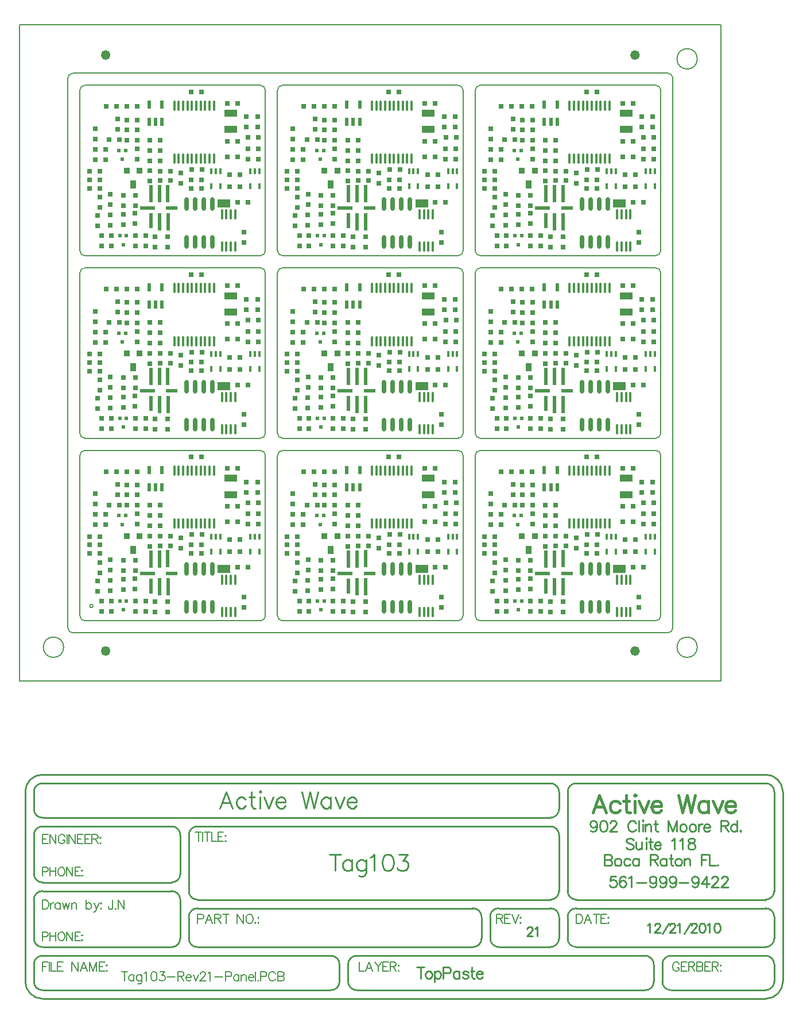
<source format=gtp>
%FSLAX24Y24*%
%MOIN*%
G70*
G01*
G75*
G04 Layer_Color=8421504*
%ADD10C,0.0500*%
%ADD11C,0.0100*%
%ADD12C,0.0150*%
%ADD13R,0.0300X0.0300*%
%ADD14R,0.0740X0.0450*%
%ADD15R,0.0300X0.0300*%
%ADD16O,0.0240X0.0800*%
%ADD17R,0.0360X0.0500*%
%ADD18R,0.0360X0.0360*%
%ADD19R,0.0236X0.1000*%
%ADD20R,0.0236X0.0900*%
%ADD21R,0.0700X0.0236*%
%ADD22R,0.0900X0.0236*%
%ADD23O,0.0160X0.0600*%
%ADD24R,0.0138X0.0354*%
%ADD25R,0.0138X0.0354*%
%ADD26R,0.0236X0.0236*%
%ADD27O,0.0160X0.0600*%
%ADD28R,0.0200X0.0500*%
%ADD29R,0.0748X0.0433*%
%ADD30C,0.0120*%
%ADD31C,0.0080*%
%ADD32C,0.0250*%
%ADD33C,0.0200*%
%ADD34C,0.0120*%
%ADD35C,0.0160*%
%ADD36C,0.0140*%
%ADD37C,0.0260*%
%ADD38C,0.0060*%
%ADD39C,0.0050*%
%ADD40C,0.0090*%
%ADD41C,0.1180*%
%ADD42C,0.0700*%
%ADD43R,0.0500X0.0500*%
%ADD44R,0.0394X0.0433*%
%ADD45C,0.0650*%
%ADD46C,0.0394*%
%ADD47C,0.0200*%
%ADD48R,0.1398X0.1398*%
%ADD49C,0.0300*%
%ADD50R,0.0650X0.0650*%
%ADD51C,0.0098*%
D10*
X830Y-2610D02*
D03*
X31570D02*
D03*
Y31960D02*
D03*
X830D02*
D03*
D11*
X19113Y-20960D02*
Y-21600D01*
X18900Y-20960D02*
X19327D01*
X19555Y-21173D02*
X19494Y-21204D01*
X19433Y-21265D01*
X19403Y-21356D01*
Y-21417D01*
X19433Y-21509D01*
X19494Y-21570D01*
X19555Y-21600D01*
X19647D01*
X19707Y-21570D01*
X19768Y-21509D01*
X19799Y-21417D01*
Y-21356D01*
X19768Y-21265D01*
X19707Y-21204D01*
X19647Y-21173D01*
X19555D01*
X19939D02*
Y-21813D01*
Y-21265D02*
X20000Y-21204D01*
X20061Y-21173D01*
X20152D01*
X20213Y-21204D01*
X20274Y-21265D01*
X20305Y-21356D01*
Y-21417D01*
X20274Y-21509D01*
X20213Y-21570D01*
X20152Y-21600D01*
X20061D01*
X20000Y-21570D01*
X19939Y-21509D01*
X20442Y-21295D02*
X20716D01*
X20807Y-21265D01*
X20838Y-21234D01*
X20868Y-21173D01*
Y-21082D01*
X20838Y-21021D01*
X20807Y-20991D01*
X20716Y-20960D01*
X20442D01*
Y-21600D01*
X21377Y-21173D02*
Y-21600D01*
Y-21265D02*
X21316Y-21204D01*
X21255Y-21173D01*
X21164D01*
X21103Y-21204D01*
X21042Y-21265D01*
X21012Y-21356D01*
Y-21417D01*
X21042Y-21509D01*
X21103Y-21570D01*
X21164Y-21600D01*
X21255D01*
X21316Y-21570D01*
X21377Y-21509D01*
X21883Y-21265D02*
X21853Y-21204D01*
X21761Y-21173D01*
X21670D01*
X21578Y-21204D01*
X21548Y-21265D01*
X21578Y-21326D01*
X21639Y-21356D01*
X21792Y-21387D01*
X21853Y-21417D01*
X21883Y-21478D01*
Y-21509D01*
X21853Y-21570D01*
X21761Y-21600D01*
X21670D01*
X21578Y-21570D01*
X21548Y-21509D01*
X22108Y-20960D02*
Y-21478D01*
X22139Y-21570D01*
X22200Y-21600D01*
X22261D01*
X22017Y-21173D02*
X22230D01*
X22352Y-21356D02*
X22718D01*
Y-21295D01*
X22687Y-21234D01*
X22657Y-21204D01*
X22596Y-21173D01*
X22505D01*
X22444Y-21204D01*
X22383Y-21265D01*
X22352Y-21356D01*
Y-21417D01*
X22383Y-21509D01*
X22444Y-21570D01*
X22505Y-21600D01*
X22596D01*
X22657Y-21570D01*
X22718Y-21509D01*
X14409Y-20782D02*
G03*
X13909Y-20282I-500J0D01*
G01*
X13921Y-22282D02*
G03*
X14409Y-21785I8J480D01*
G01*
X15409Y-20282D02*
G03*
X14909Y-20782I0J-500D01*
G01*
Y-21782D02*
G03*
X15400Y-22282I500J0D01*
G01*
X32659Y-20782D02*
G03*
X32159Y-20282I-500J0D01*
G01*
X32171Y-22282D02*
G03*
X32659Y-21785I8J480D01*
G01*
X33159Y-21792D02*
G03*
X33658Y-22282I490J0D01*
G01*
X33659Y-20282D02*
G03*
X33159Y-20782I0J-500D01*
G01*
X5159Y-13272D02*
G03*
X4669Y-12782I-490J0D01*
G01*
X4679Y-16032D02*
G03*
X5159Y-15552I0J480D01*
G01*
Y-17022D02*
G03*
X4652Y-16532I-490J0D01*
G01*
X5659Y-16542D02*
G03*
X6149Y-17032I490J0D01*
G01*
X5659Y-19292D02*
G03*
X6149Y-19782I490J0D01*
G01*
X4669D02*
G03*
X5159Y-19292I0J490D01*
G01*
X22659Y-18022D02*
G03*
X22169Y-17532I-490J0D01*
G01*
Y-19782D02*
G03*
X22659Y-19283I0J490D01*
G01*
X23159Y-19272D02*
G03*
X23660Y-19782I510J0D01*
G01*
X23639Y-17532D02*
G03*
X23160Y-18037I0J-480D01*
G01*
X6159Y-17532D02*
G03*
X5659Y-18032I0J-500D01*
G01*
X6159Y-12782D02*
G03*
X5659Y-13282I0J-500D01*
G01*
X-3341Y-19282D02*
G03*
X-2850Y-19782I500J0D01*
G01*
X-2841Y-16532D02*
G03*
X-3341Y-17032I0J-500D01*
G01*
Y-15532D02*
G03*
X-2841Y-16032I500J0D01*
G01*
Y-12782D02*
G03*
X-3341Y-13282I0J-500D01*
G01*
Y-11782D02*
G03*
X-2841Y-12282I500J0D01*
G01*
Y-10282D02*
G03*
X-3341Y-10782I0J-500D01*
G01*
X27159D02*
G03*
X26659Y-10282I-500J0D01*
G01*
X28159D02*
G03*
X27659Y-10782I0J-500D01*
G01*
X26659Y-12282D02*
G03*
X27159Y-11782I0J500D01*
G01*
Y-13282D02*
G03*
X26659Y-12782I-500J0D01*
G01*
X-2841Y-20282D02*
G03*
X-3341Y-20782I0J-500D01*
G01*
X26668Y-17032D02*
G03*
X27159Y-16532I-9J500D01*
G01*
X-3341Y-21782D02*
G03*
X-2850Y-22282I500J0D01*
G01*
X27159Y-18022D02*
G03*
X26669Y-17532I-490J0D01*
G01*
X27659Y-19292D02*
G03*
X28158Y-19782I490J0D01*
G01*
X26659Y-19782D02*
G03*
X27159Y-19282I0J500D01*
G01*
X39159Y-22282D02*
G03*
X39659Y-21782I0J500D01*
G01*
X39659Y-20773D02*
G03*
X39159Y-20282I-500J-9D01*
G01*
Y-19782D02*
G03*
X39659Y-19282I0J500D01*
G01*
Y-10772D02*
G03*
X39152Y-10282I-490J0D01*
G01*
X40159Y-10782D02*
G03*
X39159Y-9782I-1000J0D01*
G01*
Y-22782D02*
G03*
X40159Y-21782I0J1000D01*
G01*
X-3841Y-21772D02*
G03*
X-2848Y-22782I1010J0D01*
G01*
X-2841Y-9782D02*
G03*
X-3841Y-10782I0J-1000D01*
G01*
X27659Y-16532D02*
G03*
X28159Y-17032I500J0D01*
G01*
X39159D02*
G03*
X39659Y-16532I0J500D01*
G01*
X28159Y-17532D02*
G03*
X27659Y-18032I0J-500D01*
G01*
X39659Y-18022D02*
G03*
X39169Y-17532I-490J0D01*
G01*
X15409Y-22282D02*
X32159D01*
X-2841D02*
X13909D01*
X-2841Y-20282D02*
X13909D01*
X15409D02*
X32159D01*
X33659Y-22282D02*
X39159D01*
X33659Y-20282D02*
X39159D01*
X-2841Y-10282D02*
X26659D01*
X-2841Y-22782D02*
X39159D01*
X-2841Y-9782D02*
X39159D01*
X-2841Y-19782D02*
X4659D01*
X-2841Y-16532D02*
X4659D01*
X-2841Y-16032D02*
X4659D01*
X-2841Y-12782D02*
X4659D01*
X-2841Y-12282D02*
X26659D01*
X6159Y-12782D02*
X26659D01*
X6159Y-17532D02*
X22159D01*
X6159Y-19782D02*
X22159D01*
X23659D02*
X26659D01*
X23659Y-17532D02*
X26659D01*
X28159Y-19782D02*
X39159D01*
X28159Y-10282D02*
X39159D01*
X6159Y-17032D02*
X26659D01*
X28159D02*
X39159D01*
X28159Y-17532D02*
X39159D01*
X14409Y-21782D02*
Y-20782D01*
X14909Y-21782D02*
Y-20782D01*
X32659Y-21782D02*
Y-20782D01*
X33159Y-21782D02*
Y-20782D01*
X40159Y-21782D02*
Y-10782D01*
X-3341Y-19282D02*
Y-17032D01*
X5159Y-19282D02*
Y-17032D01*
X-3341Y-15532D02*
Y-13282D01*
X5159Y-15532D02*
Y-13282D01*
X-3341Y-11782D02*
Y-10782D01*
X27159Y-11782D02*
Y-10782D01*
Y-16532D02*
Y-13282D01*
X5659Y-16532D02*
Y-13282D01*
X22659Y-19282D02*
Y-18032D01*
X5659Y-19282D02*
Y-18032D01*
X23159Y-19282D02*
Y-18032D01*
X27159Y-19282D02*
Y-18032D01*
X39659Y-21782D02*
Y-20782D01*
X-3341Y-21782D02*
Y-20782D01*
X-3841Y-21782D02*
Y-10782D01*
X27659Y-16532D02*
Y-10782D01*
X39659Y-16532D02*
Y-10782D01*
X27659Y-19282D02*
Y-18032D01*
X39659Y-19282D02*
Y-18022D01*
X29810Y-14420D02*
Y-15060D01*
Y-14420D02*
X30084D01*
X30176Y-14451D01*
X30206Y-14481D01*
X30237Y-14542D01*
Y-14603D01*
X30206Y-14664D01*
X30176Y-14694D01*
X30084Y-14725D01*
X29810D02*
X30084D01*
X30176Y-14755D01*
X30206Y-14786D01*
X30237Y-14847D01*
Y-14938D01*
X30206Y-14999D01*
X30176Y-15030D01*
X30084Y-15060D01*
X29810D01*
X30532Y-14633D02*
X30471Y-14664D01*
X30410Y-14725D01*
X30380Y-14816D01*
Y-14877D01*
X30410Y-14969D01*
X30471Y-15030D01*
X30532Y-15060D01*
X30624D01*
X30684Y-15030D01*
X30745Y-14969D01*
X30776Y-14877D01*
Y-14816D01*
X30745Y-14725D01*
X30684Y-14664D01*
X30624Y-14633D01*
X30532D01*
X31282Y-14725D02*
X31221Y-14664D01*
X31160Y-14633D01*
X31068D01*
X31007Y-14664D01*
X30947Y-14725D01*
X30916Y-14816D01*
Y-14877D01*
X30947Y-14969D01*
X31007Y-15030D01*
X31068Y-15060D01*
X31160D01*
X31221Y-15030D01*
X31282Y-14969D01*
X31784Y-14633D02*
Y-15060D01*
Y-14725D02*
X31723Y-14664D01*
X31663Y-14633D01*
X31571D01*
X31510Y-14664D01*
X31449Y-14725D01*
X31419Y-14816D01*
Y-14877D01*
X31449Y-14969D01*
X31510Y-15030D01*
X31571Y-15060D01*
X31663D01*
X31723Y-15030D01*
X31784Y-14969D01*
X32458Y-14420D02*
Y-15060D01*
Y-14420D02*
X32732D01*
X32823Y-14451D01*
X32854Y-14481D01*
X32884Y-14542D01*
Y-14603D01*
X32854Y-14664D01*
X32823Y-14694D01*
X32732Y-14725D01*
X32458D01*
X32671D02*
X32884Y-15060D01*
X33393Y-14633D02*
Y-15060D01*
Y-14725D02*
X33332Y-14664D01*
X33271Y-14633D01*
X33180D01*
X33119Y-14664D01*
X33058Y-14725D01*
X33028Y-14816D01*
Y-14877D01*
X33058Y-14969D01*
X33119Y-15030D01*
X33180Y-15060D01*
X33271D01*
X33332Y-15030D01*
X33393Y-14969D01*
X33655Y-14420D02*
Y-14938D01*
X33686Y-15030D01*
X33747Y-15060D01*
X33808D01*
X33564Y-14633D02*
X33777D01*
X34051D02*
X33990Y-14664D01*
X33930Y-14725D01*
X33899Y-14816D01*
Y-14877D01*
X33930Y-14969D01*
X33990Y-15030D01*
X34051Y-15060D01*
X34143D01*
X34204Y-15030D01*
X34265Y-14969D01*
X34295Y-14877D01*
Y-14816D01*
X34265Y-14725D01*
X34204Y-14664D01*
X34143Y-14633D01*
X34051D01*
X34435D02*
Y-15060D01*
Y-14755D02*
X34527Y-14664D01*
X34588Y-14633D01*
X34679D01*
X34740Y-14664D01*
X34770Y-14755D01*
Y-15060D01*
X35441Y-14420D02*
Y-15060D01*
Y-14420D02*
X35837D01*
X35441Y-14725D02*
X35685D01*
X35910Y-14420D02*
Y-15060D01*
X36276D01*
X36376Y-14999D02*
X36346Y-15030D01*
X36376Y-15060D01*
X36407Y-15030D01*
X36376Y-14999D01*
X29346Y-12663D02*
X29316Y-12755D01*
X29255Y-12816D01*
X29163Y-12846D01*
X29133D01*
X29041Y-12816D01*
X28980Y-12755D01*
X28950Y-12663D01*
Y-12633D01*
X28980Y-12542D01*
X29041Y-12481D01*
X29133Y-12450D01*
X29163D01*
X29255Y-12481D01*
X29316Y-12542D01*
X29346Y-12663D01*
Y-12816D01*
X29316Y-12968D01*
X29255Y-13060D01*
X29163Y-13090D01*
X29102D01*
X29011Y-13060D01*
X28980Y-12999D01*
X29703Y-12450D02*
X29611Y-12481D01*
X29550Y-12572D01*
X29520Y-12724D01*
Y-12816D01*
X29550Y-12968D01*
X29611Y-13060D01*
X29703Y-13090D01*
X29764D01*
X29855Y-13060D01*
X29916Y-12968D01*
X29946Y-12816D01*
Y-12724D01*
X29916Y-12572D01*
X29855Y-12481D01*
X29764Y-12450D01*
X29703D01*
X30120Y-12602D02*
Y-12572D01*
X30150Y-12511D01*
X30181Y-12481D01*
X30242Y-12450D01*
X30364D01*
X30425Y-12481D01*
X30455Y-12511D01*
X30486Y-12572D01*
Y-12633D01*
X30455Y-12694D01*
X30394Y-12785D01*
X30090Y-13090D01*
X30516D01*
X31619Y-12602D02*
X31589Y-12542D01*
X31528Y-12481D01*
X31467Y-12450D01*
X31345D01*
X31284Y-12481D01*
X31223Y-12542D01*
X31193Y-12602D01*
X31162Y-12694D01*
Y-12846D01*
X31193Y-12938D01*
X31223Y-12999D01*
X31284Y-13060D01*
X31345Y-13090D01*
X31467D01*
X31528Y-13060D01*
X31589Y-12999D01*
X31619Y-12938D01*
X31799Y-12450D02*
Y-13090D01*
X31994Y-12450D02*
X32024Y-12481D01*
X32055Y-12450D01*
X32024Y-12420D01*
X31994Y-12450D01*
X32024Y-12663D02*
Y-13090D01*
X32168Y-12663D02*
Y-13090D01*
Y-12785D02*
X32259Y-12694D01*
X32320Y-12663D01*
X32411D01*
X32472Y-12694D01*
X32503Y-12785D01*
Y-13090D01*
X32762Y-12450D02*
Y-12968D01*
X32792Y-13060D01*
X32853Y-13090D01*
X32914D01*
X32670Y-12663D02*
X32884D01*
X33508Y-12450D02*
Y-13090D01*
Y-12450D02*
X33752Y-13090D01*
X33996Y-12450D02*
X33752Y-13090D01*
X33996Y-12450D02*
Y-13090D01*
X34331Y-12663D02*
X34270Y-12694D01*
X34209Y-12755D01*
X34179Y-12846D01*
Y-12907D01*
X34209Y-12999D01*
X34270Y-13060D01*
X34331Y-13090D01*
X34422D01*
X34483Y-13060D01*
X34544Y-12999D01*
X34575Y-12907D01*
Y-12846D01*
X34544Y-12755D01*
X34483Y-12694D01*
X34422Y-12663D01*
X34331D01*
X34867D02*
X34806Y-12694D01*
X34745Y-12755D01*
X34715Y-12846D01*
Y-12907D01*
X34745Y-12999D01*
X34806Y-13060D01*
X34867Y-13090D01*
X34959D01*
X35020Y-13060D01*
X35080Y-12999D01*
X35111Y-12907D01*
Y-12846D01*
X35080Y-12755D01*
X35020Y-12694D01*
X34959Y-12663D01*
X34867D01*
X35251D02*
Y-13090D01*
Y-12846D02*
X35282Y-12755D01*
X35343Y-12694D01*
X35403Y-12663D01*
X35495D01*
X35553Y-12846D02*
X35918D01*
Y-12785D01*
X35888Y-12724D01*
X35857Y-12694D01*
X35797Y-12663D01*
X35705D01*
X35644Y-12694D01*
X35583Y-12755D01*
X35553Y-12846D01*
Y-12907D01*
X35583Y-12999D01*
X35644Y-13060D01*
X35705Y-13090D01*
X35797D01*
X35857Y-13060D01*
X35918Y-12999D01*
X36558Y-12450D02*
Y-13090D01*
Y-12450D02*
X36832D01*
X36924Y-12481D01*
X36954Y-12511D01*
X36985Y-12572D01*
Y-12633D01*
X36954Y-12694D01*
X36924Y-12724D01*
X36832Y-12755D01*
X36558D01*
X36772D02*
X36985Y-13090D01*
X37494Y-12450D02*
Y-13090D01*
Y-12755D02*
X37433Y-12694D01*
X37372Y-12663D01*
X37280D01*
X37219Y-12694D01*
X37159Y-12755D01*
X37128Y-12846D01*
Y-12907D01*
X37159Y-12999D01*
X37219Y-13060D01*
X37280Y-13090D01*
X37372D01*
X37433Y-13060D01*
X37494Y-12999D01*
X37695Y-13029D02*
X37664Y-13060D01*
X37695Y-13090D01*
X37725Y-13060D01*
X37695Y-13029D01*
X30466Y-15670D02*
X30161D01*
X30130Y-15944D01*
X30161Y-15914D01*
X30252Y-15883D01*
X30344D01*
X30435Y-15914D01*
X30496Y-15975D01*
X30527Y-16066D01*
Y-16127D01*
X30496Y-16219D01*
X30435Y-16280D01*
X30344Y-16310D01*
X30252D01*
X30161Y-16280D01*
X30130Y-16249D01*
X30100Y-16188D01*
X31035Y-15762D02*
X31005Y-15701D01*
X30914Y-15670D01*
X30853D01*
X30761Y-15701D01*
X30700Y-15792D01*
X30670Y-15944D01*
Y-16097D01*
X30700Y-16219D01*
X30761Y-16280D01*
X30853Y-16310D01*
X30883D01*
X30974Y-16280D01*
X31035Y-16219D01*
X31066Y-16127D01*
Y-16097D01*
X31035Y-16005D01*
X30974Y-15944D01*
X30883Y-15914D01*
X30853D01*
X30761Y-15944D01*
X30700Y-16005D01*
X30670Y-16097D01*
X31206Y-15792D02*
X31267Y-15762D01*
X31358Y-15670D01*
Y-16310D01*
X31675Y-16036D02*
X32224D01*
X32809Y-15883D02*
X32778Y-15975D01*
X32717Y-16036D01*
X32626Y-16066D01*
X32595D01*
X32504Y-16036D01*
X32443Y-15975D01*
X32413Y-15883D01*
Y-15853D01*
X32443Y-15762D01*
X32504Y-15701D01*
X32595Y-15670D01*
X32626D01*
X32717Y-15701D01*
X32778Y-15762D01*
X32809Y-15883D01*
Y-16036D01*
X32778Y-16188D01*
X32717Y-16280D01*
X32626Y-16310D01*
X32565D01*
X32474Y-16280D01*
X32443Y-16219D01*
X33379Y-15883D02*
X33348Y-15975D01*
X33287Y-16036D01*
X33196Y-16066D01*
X33165D01*
X33074Y-16036D01*
X33013Y-15975D01*
X32982Y-15883D01*
Y-15853D01*
X33013Y-15762D01*
X33074Y-15701D01*
X33165Y-15670D01*
X33196D01*
X33287Y-15701D01*
X33348Y-15762D01*
X33379Y-15883D01*
Y-16036D01*
X33348Y-16188D01*
X33287Y-16280D01*
X33196Y-16310D01*
X33135D01*
X33043Y-16280D01*
X33013Y-16219D01*
X33948Y-15883D02*
X33918Y-15975D01*
X33857Y-16036D01*
X33765Y-16066D01*
X33735D01*
X33644Y-16036D01*
X33583Y-15975D01*
X33552Y-15883D01*
Y-15853D01*
X33583Y-15762D01*
X33644Y-15701D01*
X33735Y-15670D01*
X33765D01*
X33857Y-15701D01*
X33918Y-15762D01*
X33948Y-15883D01*
Y-16036D01*
X33918Y-16188D01*
X33857Y-16280D01*
X33765Y-16310D01*
X33705D01*
X33613Y-16280D01*
X33583Y-16219D01*
X34122Y-16036D02*
X34670D01*
X35255Y-15883D02*
X35225Y-15975D01*
X35164Y-16036D01*
X35073Y-16066D01*
X35042D01*
X34951Y-16036D01*
X34890Y-15975D01*
X34859Y-15883D01*
Y-15853D01*
X34890Y-15762D01*
X34951Y-15701D01*
X35042Y-15670D01*
X35073D01*
X35164Y-15701D01*
X35225Y-15762D01*
X35255Y-15883D01*
Y-16036D01*
X35225Y-16188D01*
X35164Y-16280D01*
X35073Y-16310D01*
X35012D01*
X34920Y-16280D01*
X34890Y-16219D01*
X35734Y-15670D02*
X35429Y-16097D01*
X35886D01*
X35734Y-15670D02*
Y-16310D01*
X36029Y-15822D02*
Y-15792D01*
X36060Y-15731D01*
X36090Y-15701D01*
X36151Y-15670D01*
X36273D01*
X36334Y-15701D01*
X36365Y-15731D01*
X36395Y-15792D01*
Y-15853D01*
X36365Y-15914D01*
X36304Y-16005D01*
X35999Y-16310D01*
X36425D01*
X36599Y-15822D02*
Y-15792D01*
X36630Y-15731D01*
X36660Y-15701D01*
X36721Y-15670D01*
X36843D01*
X36904Y-15701D01*
X36934Y-15731D01*
X36965Y-15792D01*
Y-15853D01*
X36934Y-15914D01*
X36873Y-16005D01*
X36569Y-16310D01*
X36995D01*
X31487Y-13572D02*
X31426Y-13511D01*
X31334Y-13480D01*
X31212D01*
X31121Y-13511D01*
X31060Y-13572D01*
Y-13632D01*
X31090Y-13693D01*
X31121Y-13724D01*
X31182Y-13754D01*
X31365Y-13815D01*
X31426Y-13846D01*
X31456Y-13876D01*
X31487Y-13937D01*
Y-14029D01*
X31426Y-14090D01*
X31334Y-14120D01*
X31212D01*
X31121Y-14090D01*
X31060Y-14029D01*
X31630Y-13693D02*
Y-13998D01*
X31660Y-14090D01*
X31721Y-14120D01*
X31813D01*
X31874Y-14090D01*
X31965Y-13998D01*
Y-13693D02*
Y-14120D01*
X32193Y-13480D02*
X32224Y-13511D01*
X32254Y-13480D01*
X32224Y-13450D01*
X32193Y-13480D01*
X32224Y-13693D02*
Y-14120D01*
X32459Y-13480D02*
Y-13998D01*
X32489Y-14090D01*
X32550Y-14120D01*
X32611D01*
X32367Y-13693D02*
X32580D01*
X32702Y-13876D02*
X33068D01*
Y-13815D01*
X33037Y-13754D01*
X33007Y-13724D01*
X32946Y-13693D01*
X32855D01*
X32794Y-13724D01*
X32733Y-13785D01*
X32702Y-13876D01*
Y-13937D01*
X32733Y-14029D01*
X32794Y-14090D01*
X32855Y-14120D01*
X32946D01*
X33007Y-14090D01*
X33068Y-14029D01*
X33708Y-13602D02*
X33769Y-13572D01*
X33860Y-13480D01*
Y-14120D01*
X34177Y-13602D02*
X34238Y-13572D01*
X34329Y-13480D01*
Y-14120D01*
X34799Y-13480D02*
X34707Y-13511D01*
X34677Y-13572D01*
Y-13632D01*
X34707Y-13693D01*
X34768Y-13724D01*
X34890Y-13754D01*
X34981Y-13785D01*
X35042Y-13846D01*
X35073Y-13907D01*
Y-13998D01*
X35042Y-14059D01*
X35012Y-14090D01*
X34920Y-14120D01*
X34799D01*
X34707Y-14090D01*
X34677Y-14059D01*
X34646Y-13998D01*
Y-13907D01*
X34677Y-13846D01*
X34738Y-13785D01*
X34829Y-13754D01*
X34951Y-13724D01*
X35012Y-13693D01*
X35042Y-13632D01*
Y-13572D01*
X35012Y-13511D01*
X34920Y-13480D01*
X34799D01*
D12*
X29892Y-11980D02*
X29511Y-10980D01*
X29130Y-11980D01*
X29273Y-11647D02*
X29749D01*
X30696Y-11456D02*
X30601Y-11361D01*
X30506Y-11313D01*
X30363D01*
X30268Y-11361D01*
X30173Y-11456D01*
X30125Y-11599D01*
Y-11694D01*
X30173Y-11837D01*
X30268Y-11932D01*
X30363Y-11980D01*
X30506D01*
X30601Y-11932D01*
X30696Y-11837D01*
X31053Y-10980D02*
Y-11790D01*
X31101Y-11932D01*
X31196Y-11980D01*
X31291D01*
X30911Y-11313D02*
X31244D01*
X31529Y-10980D02*
X31577Y-11028D01*
X31625Y-10980D01*
X31577Y-10933D01*
X31529Y-10980D01*
X31577Y-11313D02*
Y-11980D01*
X31801Y-11313D02*
X32087Y-11980D01*
X32372Y-11313D02*
X32087Y-11980D01*
X32534Y-11599D02*
X33105D01*
Y-11504D01*
X33058Y-11409D01*
X33010Y-11361D01*
X32915Y-11313D01*
X32772D01*
X32677Y-11361D01*
X32582Y-11456D01*
X32534Y-11599D01*
Y-11694D01*
X32582Y-11837D01*
X32677Y-11932D01*
X32772Y-11980D01*
X32915D01*
X33010Y-11932D01*
X33105Y-11837D01*
X34105Y-10980D02*
X34343Y-11980D01*
X34581Y-10980D02*
X34343Y-11980D01*
X34581Y-10980D02*
X34819Y-11980D01*
X35057Y-10980D02*
X34819Y-11980D01*
X35829Y-11313D02*
Y-11980D01*
Y-11456D02*
X35733Y-11361D01*
X35638Y-11313D01*
X35495D01*
X35400Y-11361D01*
X35305Y-11456D01*
X35257Y-11599D01*
Y-11694D01*
X35305Y-11837D01*
X35400Y-11932D01*
X35495Y-11980D01*
X35638D01*
X35733Y-11932D01*
X35829Y-11837D01*
X36095Y-11313D02*
X36381Y-11980D01*
X36666Y-11313D02*
X36381Y-11980D01*
X36828Y-11599D02*
X37400D01*
Y-11504D01*
X37352Y-11409D01*
X37304Y-11361D01*
X37209Y-11313D01*
X37066D01*
X36971Y-11361D01*
X36876Y-11456D01*
X36828Y-11599D01*
Y-11694D01*
X36876Y-11837D01*
X36971Y-11932D01*
X37066Y-11980D01*
X37209D01*
X37304Y-11932D01*
X37400Y-11837D01*
D13*
X1150Y-300D02*
D03*
Y300D02*
D03*
X600D02*
D03*
Y-300D02*
D03*
X2550Y2050D02*
D03*
Y2650D02*
D03*
X8849Y520D02*
D03*
Y-80D02*
D03*
X350Y859D02*
D03*
Y1459D02*
D03*
X1530Y7060D02*
D03*
Y6460D02*
D03*
X230Y4710D02*
D03*
Y5310D02*
D03*
X480Y2530D02*
D03*
Y1930D02*
D03*
X9000Y7200D02*
D03*
Y6600D02*
D03*
X830Y5310D02*
D03*
X4444Y256D02*
D03*
Y-344D02*
D03*
X5200Y3350D02*
D03*
Y3950D02*
D03*
X3700Y256D02*
D03*
Y-344D02*
D03*
X1850Y940D02*
D03*
Y1540D02*
D03*
X2540Y1600D02*
D03*
Y1000D02*
D03*
X1850Y2650D02*
D03*
Y2050D02*
D03*
X1090Y1500D02*
D03*
Y900D02*
D03*
X3400Y5250D02*
D03*
Y4650D02*
D03*
X4000D02*
D03*
Y5250D02*
D03*
X2660Y5340D02*
D03*
Y4740D02*
D03*
X230Y5910D02*
D03*
Y6510D02*
D03*
X3400Y3470D02*
D03*
Y4070D02*
D03*
X9650Y7200D02*
D03*
Y6600D02*
D03*
X830Y4710D02*
D03*
X1100Y2100D02*
D03*
Y2700D02*
D03*
X12630Y-300D02*
D03*
Y300D02*
D03*
X12080D02*
D03*
Y-300D02*
D03*
X14030Y2050D02*
D03*
Y2650D02*
D03*
X20329Y520D02*
D03*
Y-80D02*
D03*
X11830Y859D02*
D03*
Y1459D02*
D03*
X13010Y7060D02*
D03*
Y6460D02*
D03*
X11710Y4710D02*
D03*
Y5310D02*
D03*
X11960Y2530D02*
D03*
Y1930D02*
D03*
X20480Y7200D02*
D03*
Y6600D02*
D03*
X12310Y5310D02*
D03*
X15924Y256D02*
D03*
Y-344D02*
D03*
X16680Y3350D02*
D03*
Y3950D02*
D03*
X15180Y256D02*
D03*
Y-344D02*
D03*
X13330Y940D02*
D03*
Y1540D02*
D03*
X14020Y1600D02*
D03*
Y1000D02*
D03*
X13330Y2650D02*
D03*
Y2050D02*
D03*
X12570Y1500D02*
D03*
Y900D02*
D03*
X14880Y5250D02*
D03*
Y4650D02*
D03*
X15480D02*
D03*
Y5250D02*
D03*
X14140Y5340D02*
D03*
Y4740D02*
D03*
X11710Y5910D02*
D03*
Y6510D02*
D03*
X14880Y3470D02*
D03*
Y4070D02*
D03*
X21130Y7200D02*
D03*
Y6600D02*
D03*
X12310Y4710D02*
D03*
X12580Y2100D02*
D03*
Y2700D02*
D03*
X24110Y-300D02*
D03*
Y300D02*
D03*
X23560D02*
D03*
Y-300D02*
D03*
X25510Y2050D02*
D03*
Y2650D02*
D03*
X31809Y520D02*
D03*
Y-80D02*
D03*
X23310Y859D02*
D03*
Y1459D02*
D03*
X24490Y7060D02*
D03*
Y6460D02*
D03*
X23190Y4710D02*
D03*
Y5310D02*
D03*
X23440Y2530D02*
D03*
Y1930D02*
D03*
X31960Y7200D02*
D03*
Y6600D02*
D03*
X23790Y5310D02*
D03*
X27404Y256D02*
D03*
Y-344D02*
D03*
X28160Y3350D02*
D03*
Y3950D02*
D03*
X26660Y256D02*
D03*
Y-344D02*
D03*
X24810Y940D02*
D03*
Y1540D02*
D03*
X25500Y1600D02*
D03*
Y1000D02*
D03*
X24810Y2650D02*
D03*
Y2050D02*
D03*
X24050Y1500D02*
D03*
Y900D02*
D03*
X26360Y5250D02*
D03*
Y4650D02*
D03*
X26960D02*
D03*
Y5250D02*
D03*
X25620Y5340D02*
D03*
Y4740D02*
D03*
X23190Y5910D02*
D03*
Y6510D02*
D03*
X26360Y3470D02*
D03*
Y4070D02*
D03*
X32610Y7200D02*
D03*
Y6600D02*
D03*
X23790Y4710D02*
D03*
X24060Y2100D02*
D03*
Y2700D02*
D03*
X1150Y10290D02*
D03*
Y10890D02*
D03*
X600D02*
D03*
Y10290D02*
D03*
X2550Y12640D02*
D03*
Y13240D02*
D03*
X8849Y11110D02*
D03*
Y10510D02*
D03*
X350Y11449D02*
D03*
Y12049D02*
D03*
X1530Y17650D02*
D03*
Y17050D02*
D03*
X230Y15300D02*
D03*
Y15900D02*
D03*
X480Y13120D02*
D03*
Y12520D02*
D03*
X9000Y17790D02*
D03*
Y17190D02*
D03*
X830Y15900D02*
D03*
X4444Y10846D02*
D03*
Y10246D02*
D03*
X5200Y13940D02*
D03*
Y14540D02*
D03*
X3700Y10846D02*
D03*
Y10246D02*
D03*
X1850Y11530D02*
D03*
Y12130D02*
D03*
X2540Y12190D02*
D03*
Y11590D02*
D03*
X1850Y13240D02*
D03*
Y12640D02*
D03*
X1090Y12090D02*
D03*
Y11490D02*
D03*
X3400Y15840D02*
D03*
Y15240D02*
D03*
X4000D02*
D03*
Y15840D02*
D03*
X2660Y15930D02*
D03*
Y15330D02*
D03*
X230Y16500D02*
D03*
Y17100D02*
D03*
X3400Y14060D02*
D03*
Y14660D02*
D03*
X9650Y17790D02*
D03*
Y17190D02*
D03*
X830Y15300D02*
D03*
X1100Y12690D02*
D03*
Y13290D02*
D03*
X12630Y10290D02*
D03*
Y10890D02*
D03*
X12080D02*
D03*
Y10290D02*
D03*
X14030Y12640D02*
D03*
Y13240D02*
D03*
X20329Y11110D02*
D03*
Y10510D02*
D03*
X11830Y11449D02*
D03*
Y12049D02*
D03*
X13010Y17650D02*
D03*
Y17050D02*
D03*
X11710Y15300D02*
D03*
Y15900D02*
D03*
X11960Y13120D02*
D03*
Y12520D02*
D03*
X20480Y17790D02*
D03*
Y17190D02*
D03*
X12310Y15900D02*
D03*
X15924Y10846D02*
D03*
Y10246D02*
D03*
X16680Y13940D02*
D03*
Y14540D02*
D03*
X15180Y10846D02*
D03*
Y10246D02*
D03*
X13330Y11530D02*
D03*
Y12130D02*
D03*
X14020Y12190D02*
D03*
Y11590D02*
D03*
X13330Y13240D02*
D03*
Y12640D02*
D03*
X12570Y12090D02*
D03*
Y11490D02*
D03*
X14880Y15840D02*
D03*
Y15240D02*
D03*
X15480D02*
D03*
Y15840D02*
D03*
X14140Y15930D02*
D03*
Y15330D02*
D03*
X11710Y16500D02*
D03*
Y17100D02*
D03*
X14880Y14060D02*
D03*
Y14660D02*
D03*
X21130Y17790D02*
D03*
Y17190D02*
D03*
X12310Y15300D02*
D03*
X12580Y12690D02*
D03*
Y13290D02*
D03*
X24110Y10290D02*
D03*
Y10890D02*
D03*
X23560D02*
D03*
Y10290D02*
D03*
X25510Y12640D02*
D03*
Y13240D02*
D03*
X31809Y11110D02*
D03*
Y10510D02*
D03*
X23310Y11449D02*
D03*
Y12049D02*
D03*
X24490Y17650D02*
D03*
Y17050D02*
D03*
X23190Y15300D02*
D03*
Y15900D02*
D03*
X23440Y13120D02*
D03*
Y12520D02*
D03*
X31960Y17790D02*
D03*
Y17190D02*
D03*
X23790Y15900D02*
D03*
X27404Y10846D02*
D03*
Y10246D02*
D03*
X28160Y13940D02*
D03*
Y14540D02*
D03*
X26660Y10846D02*
D03*
Y10246D02*
D03*
X24810Y11530D02*
D03*
Y12130D02*
D03*
X25500Y12190D02*
D03*
Y11590D02*
D03*
X24810Y13240D02*
D03*
Y12640D02*
D03*
X24050Y12090D02*
D03*
Y11490D02*
D03*
X26360Y15840D02*
D03*
Y15240D02*
D03*
X26960D02*
D03*
Y15840D02*
D03*
X25620Y15930D02*
D03*
Y15330D02*
D03*
X23190Y16500D02*
D03*
Y17100D02*
D03*
X26360Y14060D02*
D03*
Y14660D02*
D03*
X32610Y17790D02*
D03*
Y17190D02*
D03*
X23790Y15300D02*
D03*
X24060Y12690D02*
D03*
Y13290D02*
D03*
X1150Y20880D02*
D03*
Y21480D02*
D03*
X600D02*
D03*
Y20880D02*
D03*
X2550Y23230D02*
D03*
Y23830D02*
D03*
X8849Y21700D02*
D03*
Y21100D02*
D03*
X350Y22039D02*
D03*
Y22639D02*
D03*
X1530Y28240D02*
D03*
Y27640D02*
D03*
X230Y25890D02*
D03*
Y26490D02*
D03*
X480Y23710D02*
D03*
Y23110D02*
D03*
X9000Y28380D02*
D03*
Y27780D02*
D03*
X830Y26490D02*
D03*
X4444Y21436D02*
D03*
Y20836D02*
D03*
X5200Y24530D02*
D03*
Y25130D02*
D03*
X3700Y21436D02*
D03*
Y20836D02*
D03*
X1850Y22120D02*
D03*
Y22720D02*
D03*
X2540Y22780D02*
D03*
Y22180D02*
D03*
X1850Y23830D02*
D03*
Y23230D02*
D03*
X1090Y22680D02*
D03*
Y22080D02*
D03*
X3400Y26430D02*
D03*
Y25830D02*
D03*
X4000D02*
D03*
Y26430D02*
D03*
X2660Y26520D02*
D03*
Y25920D02*
D03*
X230Y27090D02*
D03*
Y27690D02*
D03*
X3400Y24650D02*
D03*
Y25250D02*
D03*
X9650Y28380D02*
D03*
Y27780D02*
D03*
X830Y25890D02*
D03*
X1100Y23280D02*
D03*
Y23880D02*
D03*
X12630Y20880D02*
D03*
Y21480D02*
D03*
X12080D02*
D03*
Y20880D02*
D03*
X14030Y23230D02*
D03*
Y23830D02*
D03*
X20329Y21700D02*
D03*
Y21100D02*
D03*
X11830Y22039D02*
D03*
Y22639D02*
D03*
X13010Y28240D02*
D03*
Y27640D02*
D03*
X11710Y25890D02*
D03*
Y26490D02*
D03*
X11960Y23710D02*
D03*
Y23110D02*
D03*
X20480Y28380D02*
D03*
Y27780D02*
D03*
X12310Y26490D02*
D03*
X15924Y21436D02*
D03*
Y20836D02*
D03*
X16680Y24530D02*
D03*
Y25130D02*
D03*
X15180Y21436D02*
D03*
Y20836D02*
D03*
X13330Y22120D02*
D03*
Y22720D02*
D03*
X14020Y22780D02*
D03*
Y22180D02*
D03*
X13330Y23830D02*
D03*
Y23230D02*
D03*
X12570Y22680D02*
D03*
Y22080D02*
D03*
X14880Y26430D02*
D03*
Y25830D02*
D03*
X15480D02*
D03*
Y26430D02*
D03*
X14140Y26520D02*
D03*
Y25920D02*
D03*
X11710Y27090D02*
D03*
Y27690D02*
D03*
X14880Y24650D02*
D03*
Y25250D02*
D03*
X21130Y28380D02*
D03*
Y27780D02*
D03*
X12310Y25890D02*
D03*
X12580Y23280D02*
D03*
Y23880D02*
D03*
X24110Y20880D02*
D03*
Y21480D02*
D03*
X23560D02*
D03*
Y20880D02*
D03*
X25510Y23230D02*
D03*
Y23830D02*
D03*
X31809Y21700D02*
D03*
Y21100D02*
D03*
X23310Y22039D02*
D03*
Y22639D02*
D03*
X24490Y28240D02*
D03*
Y27640D02*
D03*
X23190Y25890D02*
D03*
Y26490D02*
D03*
X23440Y23710D02*
D03*
Y23110D02*
D03*
X31960Y28380D02*
D03*
Y27780D02*
D03*
X23790Y26490D02*
D03*
X27404Y21436D02*
D03*
Y20836D02*
D03*
X28160Y24530D02*
D03*
Y25130D02*
D03*
X26660Y21436D02*
D03*
Y20836D02*
D03*
X24810Y22120D02*
D03*
Y22720D02*
D03*
X25500Y22780D02*
D03*
Y22180D02*
D03*
X24810Y23830D02*
D03*
Y23230D02*
D03*
X24050Y22680D02*
D03*
Y22080D02*
D03*
X26360Y26430D02*
D03*
Y25830D02*
D03*
X26960D02*
D03*
Y26430D02*
D03*
X25620Y26520D02*
D03*
Y25920D02*
D03*
X23190Y27090D02*
D03*
Y27690D02*
D03*
X26360Y24650D02*
D03*
Y25250D02*
D03*
X32610Y28380D02*
D03*
Y27780D02*
D03*
X23790Y25890D02*
D03*
X24060Y23280D02*
D03*
Y23880D02*
D03*
D14*
X7700Y2170D02*
D03*
X19180D02*
D03*
X30660D02*
D03*
X7700Y12760D02*
D03*
X19180D02*
D03*
X30660D02*
D03*
X7700Y23350D02*
D03*
X19180D02*
D03*
X30660D02*
D03*
D15*
X4000Y3500D02*
D03*
X4600D02*
D03*
X850Y7800D02*
D03*
X1450D02*
D03*
X4000Y5850D02*
D03*
X3400D02*
D03*
X4600Y4050D02*
D03*
X4000D02*
D03*
X2060Y7020D02*
D03*
X2660D02*
D03*
X2060Y6440D02*
D03*
X2660D02*
D03*
X3150Y300D02*
D03*
X2550D02*
D03*
X2660Y5840D02*
D03*
X2060D02*
D03*
X9100Y6000D02*
D03*
X9700D02*
D03*
X5800Y3050D02*
D03*
X6400D02*
D03*
X5800Y3550D02*
D03*
X6400D02*
D03*
X2550Y-300D02*
D03*
X3150D02*
D03*
X8490Y5790D02*
D03*
X7890D02*
D03*
X1640Y5870D02*
D03*
X1040D02*
D03*
X8490Y4890D02*
D03*
X7890D02*
D03*
X5840Y4140D02*
D03*
X6440D02*
D03*
X9690Y5340D02*
D03*
X9090D02*
D03*
X5790Y8640D02*
D03*
X6390D02*
D03*
X8490Y2240D02*
D03*
X9090D02*
D03*
X2650Y7800D02*
D03*
X2050D02*
D03*
X8640Y3840D02*
D03*
X8040D02*
D03*
X8640Y3140D02*
D03*
X8040D02*
D03*
X-120Y3540D02*
D03*
Y3040D02*
D03*
X8490Y7990D02*
D03*
X7890D02*
D03*
X-120Y4030D02*
D03*
X9090Y4740D02*
D03*
X9690D02*
D03*
X480Y4030D02*
D03*
Y3040D02*
D03*
Y3540D02*
D03*
X15480Y3500D02*
D03*
X16080D02*
D03*
X12330Y7800D02*
D03*
X12930D02*
D03*
X15480Y5850D02*
D03*
X14880D02*
D03*
X16080Y4050D02*
D03*
X15480D02*
D03*
X13540Y7020D02*
D03*
X14140D02*
D03*
X13540Y6440D02*
D03*
X14140D02*
D03*
X14630Y300D02*
D03*
X14030D02*
D03*
X14140Y5840D02*
D03*
X13540D02*
D03*
X20580Y6000D02*
D03*
X21180D02*
D03*
X17280Y3050D02*
D03*
X17880D02*
D03*
X17280Y3550D02*
D03*
X17880D02*
D03*
X14030Y-300D02*
D03*
X14630D02*
D03*
X19970Y5790D02*
D03*
X19370D02*
D03*
X13120Y5870D02*
D03*
X12520D02*
D03*
X19970Y4890D02*
D03*
X19370D02*
D03*
X17320Y4140D02*
D03*
X17920D02*
D03*
X21170Y5340D02*
D03*
X20570D02*
D03*
X17270Y8640D02*
D03*
X17870D02*
D03*
X19970Y2240D02*
D03*
X20570D02*
D03*
X14130Y7800D02*
D03*
X13530D02*
D03*
X20120Y3840D02*
D03*
X19520D02*
D03*
X20120Y3140D02*
D03*
X19520D02*
D03*
X11360Y3540D02*
D03*
Y3040D02*
D03*
X19970Y7990D02*
D03*
X19370D02*
D03*
X11360Y4030D02*
D03*
X20570Y4740D02*
D03*
X21170D02*
D03*
X11960Y4030D02*
D03*
Y3040D02*
D03*
Y3540D02*
D03*
X26960Y3500D02*
D03*
X27560D02*
D03*
X23810Y7800D02*
D03*
X24410D02*
D03*
X26960Y5850D02*
D03*
X26360D02*
D03*
X27560Y4050D02*
D03*
X26960D02*
D03*
X25020Y7020D02*
D03*
X25620D02*
D03*
X25020Y6440D02*
D03*
X25620D02*
D03*
X26110Y300D02*
D03*
X25510D02*
D03*
X25620Y5840D02*
D03*
X25020D02*
D03*
X32060Y6000D02*
D03*
X32660D02*
D03*
X28760Y3050D02*
D03*
X29360D02*
D03*
X28760Y3550D02*
D03*
X29360D02*
D03*
X25510Y-300D02*
D03*
X26110D02*
D03*
X31450Y5790D02*
D03*
X30850D02*
D03*
X24600Y5870D02*
D03*
X24000D02*
D03*
X31450Y4890D02*
D03*
X30850D02*
D03*
X28800Y4140D02*
D03*
X29400D02*
D03*
X32650Y5340D02*
D03*
X32050D02*
D03*
X28750Y8640D02*
D03*
X29350D02*
D03*
X31450Y2240D02*
D03*
X32050D02*
D03*
X25610Y7800D02*
D03*
X25010D02*
D03*
X31600Y3840D02*
D03*
X31000D02*
D03*
X31600Y3140D02*
D03*
X31000D02*
D03*
X22840Y3540D02*
D03*
Y3040D02*
D03*
X31450Y7990D02*
D03*
X30850D02*
D03*
X22840Y4030D02*
D03*
X32050Y4740D02*
D03*
X32650D02*
D03*
X23440Y4030D02*
D03*
Y3040D02*
D03*
Y3540D02*
D03*
X4000Y14090D02*
D03*
X4600D02*
D03*
X850Y18390D02*
D03*
X1450D02*
D03*
X4000Y16440D02*
D03*
X3400D02*
D03*
X4600Y14640D02*
D03*
X4000D02*
D03*
X2060Y17610D02*
D03*
X2660D02*
D03*
X2060Y17030D02*
D03*
X2660D02*
D03*
X3150Y10890D02*
D03*
X2550D02*
D03*
X2660Y16430D02*
D03*
X2060D02*
D03*
X9100Y16590D02*
D03*
X9700D02*
D03*
X5800Y13640D02*
D03*
X6400D02*
D03*
X5800Y14140D02*
D03*
X6400D02*
D03*
X2550Y10290D02*
D03*
X3150D02*
D03*
X8490Y16380D02*
D03*
X7890D02*
D03*
X1640Y16460D02*
D03*
X1040D02*
D03*
X8490Y15480D02*
D03*
X7890D02*
D03*
X5840Y14730D02*
D03*
X6440D02*
D03*
X9690Y15930D02*
D03*
X9090D02*
D03*
X5790Y19230D02*
D03*
X6390D02*
D03*
X8490Y12830D02*
D03*
X9090D02*
D03*
X2650Y18390D02*
D03*
X2050D02*
D03*
X8640Y14430D02*
D03*
X8040D02*
D03*
X8640Y13730D02*
D03*
X8040D02*
D03*
X-120Y14130D02*
D03*
Y13630D02*
D03*
X8490Y18580D02*
D03*
X7890D02*
D03*
X-120Y14620D02*
D03*
X9090Y15330D02*
D03*
X9690D02*
D03*
X480Y14620D02*
D03*
Y13630D02*
D03*
Y14130D02*
D03*
X15480Y14090D02*
D03*
X16080D02*
D03*
X12330Y18390D02*
D03*
X12930D02*
D03*
X15480Y16440D02*
D03*
X14880D02*
D03*
X16080Y14640D02*
D03*
X15480D02*
D03*
X13540Y17610D02*
D03*
X14140D02*
D03*
X13540Y17030D02*
D03*
X14140D02*
D03*
X14630Y10890D02*
D03*
X14030D02*
D03*
X14140Y16430D02*
D03*
X13540D02*
D03*
X20580Y16590D02*
D03*
X21180D02*
D03*
X17280Y13640D02*
D03*
X17880D02*
D03*
X17280Y14140D02*
D03*
X17880D02*
D03*
X14030Y10290D02*
D03*
X14630D02*
D03*
X19970Y16380D02*
D03*
X19370D02*
D03*
X13120Y16460D02*
D03*
X12520D02*
D03*
X19970Y15480D02*
D03*
X19370D02*
D03*
X17320Y14730D02*
D03*
X17920D02*
D03*
X21170Y15930D02*
D03*
X20570D02*
D03*
X17270Y19230D02*
D03*
X17870D02*
D03*
X19970Y12830D02*
D03*
X20570D02*
D03*
X14130Y18390D02*
D03*
X13530D02*
D03*
X20120Y14430D02*
D03*
X19520D02*
D03*
X20120Y13730D02*
D03*
X19520D02*
D03*
X11360Y14130D02*
D03*
Y13630D02*
D03*
X19970Y18580D02*
D03*
X19370D02*
D03*
X11360Y14620D02*
D03*
X20570Y15330D02*
D03*
X21170D02*
D03*
X11960Y14620D02*
D03*
Y13630D02*
D03*
Y14130D02*
D03*
X26960Y14090D02*
D03*
X27560D02*
D03*
X23810Y18390D02*
D03*
X24410D02*
D03*
X26960Y16440D02*
D03*
X26360D02*
D03*
X27560Y14640D02*
D03*
X26960D02*
D03*
X25020Y17610D02*
D03*
X25620D02*
D03*
X25020Y17030D02*
D03*
X25620D02*
D03*
X26110Y10890D02*
D03*
X25510D02*
D03*
X25620Y16430D02*
D03*
X25020D02*
D03*
X32060Y16590D02*
D03*
X32660D02*
D03*
X28760Y13640D02*
D03*
X29360D02*
D03*
X28760Y14140D02*
D03*
X29360D02*
D03*
X25510Y10290D02*
D03*
X26110D02*
D03*
X31450Y16380D02*
D03*
X30850D02*
D03*
X24600Y16460D02*
D03*
X24000D02*
D03*
X31450Y15480D02*
D03*
X30850D02*
D03*
X28800Y14730D02*
D03*
X29400D02*
D03*
X32650Y15930D02*
D03*
X32050D02*
D03*
X28750Y19230D02*
D03*
X29350D02*
D03*
X31450Y12830D02*
D03*
X32050D02*
D03*
X25610Y18390D02*
D03*
X25010D02*
D03*
X31600Y14430D02*
D03*
X31000D02*
D03*
X31600Y13730D02*
D03*
X31000D02*
D03*
X22840Y14130D02*
D03*
Y13630D02*
D03*
X31450Y18580D02*
D03*
X30850D02*
D03*
X22840Y14620D02*
D03*
X32050Y15330D02*
D03*
X32650D02*
D03*
X23440Y14620D02*
D03*
Y13630D02*
D03*
Y14130D02*
D03*
X4000Y24680D02*
D03*
X4600D02*
D03*
X850Y28980D02*
D03*
X1450D02*
D03*
X4000Y27030D02*
D03*
X3400D02*
D03*
X4600Y25230D02*
D03*
X4000D02*
D03*
X2060Y28200D02*
D03*
X2660D02*
D03*
X2060Y27620D02*
D03*
X2660D02*
D03*
X3150Y21480D02*
D03*
X2550D02*
D03*
X2660Y27020D02*
D03*
X2060D02*
D03*
X9100Y27180D02*
D03*
X9700D02*
D03*
X5800Y24230D02*
D03*
X6400D02*
D03*
X5800Y24730D02*
D03*
X6400D02*
D03*
X2550Y20880D02*
D03*
X3150D02*
D03*
X8490Y26970D02*
D03*
X7890D02*
D03*
X1640Y27050D02*
D03*
X1040D02*
D03*
X8490Y26070D02*
D03*
X7890D02*
D03*
X5840Y25320D02*
D03*
X6440D02*
D03*
X9690Y26520D02*
D03*
X9090D02*
D03*
X5790Y29820D02*
D03*
X6390D02*
D03*
X8490Y23420D02*
D03*
X9090D02*
D03*
X2650Y28980D02*
D03*
X2050D02*
D03*
X8640Y25020D02*
D03*
X8040D02*
D03*
X8640Y24320D02*
D03*
X8040D02*
D03*
X-120Y24720D02*
D03*
Y24220D02*
D03*
X8490Y29170D02*
D03*
X7890D02*
D03*
X-120Y25210D02*
D03*
X9090Y25920D02*
D03*
X9690D02*
D03*
X480Y25210D02*
D03*
Y24220D02*
D03*
Y24720D02*
D03*
X15480Y24680D02*
D03*
X16080D02*
D03*
X12330Y28980D02*
D03*
X12930D02*
D03*
X15480Y27030D02*
D03*
X14880D02*
D03*
X16080Y25230D02*
D03*
X15480D02*
D03*
X13540Y28200D02*
D03*
X14140D02*
D03*
X13540Y27620D02*
D03*
X14140D02*
D03*
X14630Y21480D02*
D03*
X14030D02*
D03*
X14140Y27020D02*
D03*
X13540D02*
D03*
X20580Y27180D02*
D03*
X21180D02*
D03*
X17280Y24230D02*
D03*
X17880D02*
D03*
X17280Y24730D02*
D03*
X17880D02*
D03*
X14030Y20880D02*
D03*
X14630D02*
D03*
X19970Y26970D02*
D03*
X19370D02*
D03*
X13120Y27050D02*
D03*
X12520D02*
D03*
X19970Y26070D02*
D03*
X19370D02*
D03*
X17320Y25320D02*
D03*
X17920D02*
D03*
X21170Y26520D02*
D03*
X20570D02*
D03*
X17270Y29820D02*
D03*
X17870D02*
D03*
X19970Y23420D02*
D03*
X20570D02*
D03*
X14130Y28980D02*
D03*
X13530D02*
D03*
X20120Y25020D02*
D03*
X19520D02*
D03*
X20120Y24320D02*
D03*
X19520D02*
D03*
X11360Y24720D02*
D03*
Y24220D02*
D03*
X19970Y29170D02*
D03*
X19370D02*
D03*
X11360Y25210D02*
D03*
X20570Y25920D02*
D03*
X21170D02*
D03*
X11960Y25210D02*
D03*
Y24220D02*
D03*
Y24720D02*
D03*
X26960Y24680D02*
D03*
X27560D02*
D03*
X23810Y28980D02*
D03*
X24410D02*
D03*
X26960Y27030D02*
D03*
X26360D02*
D03*
X27560Y25230D02*
D03*
X26960D02*
D03*
X25020Y28200D02*
D03*
X25620D02*
D03*
X25020Y27620D02*
D03*
X25620D02*
D03*
X26110Y21480D02*
D03*
X25510D02*
D03*
X25620Y27020D02*
D03*
X25020D02*
D03*
X32060Y27180D02*
D03*
X32660D02*
D03*
X28760Y24230D02*
D03*
X29360D02*
D03*
X28760Y24730D02*
D03*
X29360D02*
D03*
X25510Y20880D02*
D03*
X26110D02*
D03*
X31450Y26970D02*
D03*
X30850D02*
D03*
X24600Y27050D02*
D03*
X24000D02*
D03*
X31450Y26070D02*
D03*
X30850D02*
D03*
X28800Y25320D02*
D03*
X29400D02*
D03*
X32650Y26520D02*
D03*
X32050D02*
D03*
X28750Y29820D02*
D03*
X29350D02*
D03*
X31450Y23420D02*
D03*
X32050D02*
D03*
X25610Y28980D02*
D03*
X25010D02*
D03*
X31600Y25020D02*
D03*
X31000D02*
D03*
X31600Y24320D02*
D03*
X31000D02*
D03*
X22840Y24720D02*
D03*
Y24220D02*
D03*
X31450Y29170D02*
D03*
X30850D02*
D03*
X22840Y25210D02*
D03*
X32050Y25920D02*
D03*
X32650D02*
D03*
X23440Y25210D02*
D03*
Y24220D02*
D03*
Y24720D02*
D03*
D16*
X7020Y-60D02*
D03*
X6020Y2140D02*
D03*
X7020D02*
D03*
X6520D02*
D03*
X5520D02*
D03*
X6520Y-60D02*
D03*
X6020D02*
D03*
X5520D02*
D03*
X18500D02*
D03*
X17500Y2140D02*
D03*
X18500D02*
D03*
X18000D02*
D03*
X17000D02*
D03*
X18000Y-60D02*
D03*
X17500D02*
D03*
X17000D02*
D03*
X29980D02*
D03*
X28980Y2140D02*
D03*
X29980D02*
D03*
X29480D02*
D03*
X28480D02*
D03*
X29480Y-60D02*
D03*
X28980D02*
D03*
X28480D02*
D03*
X7020Y10530D02*
D03*
X6020Y12730D02*
D03*
X7020D02*
D03*
X6520D02*
D03*
X5520D02*
D03*
X6520Y10530D02*
D03*
X6020D02*
D03*
X5520D02*
D03*
X18500D02*
D03*
X17500Y12730D02*
D03*
X18500D02*
D03*
X18000D02*
D03*
X17000D02*
D03*
X18000Y10530D02*
D03*
X17500D02*
D03*
X17000D02*
D03*
X29980D02*
D03*
X28980Y12730D02*
D03*
X29980D02*
D03*
X29480D02*
D03*
X28480D02*
D03*
X29480Y10530D02*
D03*
X28980D02*
D03*
X28480D02*
D03*
X7020Y21120D02*
D03*
X6020Y23320D02*
D03*
X7020D02*
D03*
X6520D02*
D03*
X5520D02*
D03*
X6520Y21120D02*
D03*
X6020D02*
D03*
X5520D02*
D03*
X18500D02*
D03*
X17500Y23320D02*
D03*
X18500D02*
D03*
X18000D02*
D03*
X17000D02*
D03*
X18000Y21120D02*
D03*
X17500D02*
D03*
X17000D02*
D03*
X29980D02*
D03*
X28980Y23320D02*
D03*
X29980D02*
D03*
X29480D02*
D03*
X28480D02*
D03*
X29480Y21120D02*
D03*
X28980D02*
D03*
X28480D02*
D03*
D17*
X2420Y3270D02*
D03*
X13900D02*
D03*
X25380D02*
D03*
X2420Y13860D02*
D03*
X13900D02*
D03*
X25380D02*
D03*
X2420Y24450D02*
D03*
X13900D02*
D03*
X25380D02*
D03*
D18*
X2050Y4070D02*
D03*
X2800D02*
D03*
X13530D02*
D03*
X14280D02*
D03*
X25010D02*
D03*
X25760D02*
D03*
X2050Y14660D02*
D03*
X2800D02*
D03*
X13530D02*
D03*
X14280D02*
D03*
X25010D02*
D03*
X25760D02*
D03*
X2050Y25250D02*
D03*
X2800D02*
D03*
X13530D02*
D03*
X14280D02*
D03*
X25010D02*
D03*
X25760D02*
D03*
D19*
X3950Y1109D02*
D03*
X4450D02*
D03*
X4440Y2740D02*
D03*
X3950Y2730D02*
D03*
X3450D02*
D03*
X15430Y1109D02*
D03*
X15930D02*
D03*
X15920Y2740D02*
D03*
X15430Y2730D02*
D03*
X14930D02*
D03*
X26910Y1109D02*
D03*
X27410D02*
D03*
X27400Y2740D02*
D03*
X26910Y2730D02*
D03*
X26410D02*
D03*
X3950Y11699D02*
D03*
X4450D02*
D03*
X4440Y13330D02*
D03*
X3950Y13320D02*
D03*
X3450D02*
D03*
X15430Y11699D02*
D03*
X15930D02*
D03*
X15920Y13330D02*
D03*
X15430Y13320D02*
D03*
X14930D02*
D03*
X26910Y11699D02*
D03*
X27410D02*
D03*
X27400Y13330D02*
D03*
X26910Y13320D02*
D03*
X26410D02*
D03*
X3950Y22289D02*
D03*
X4450D02*
D03*
X4440Y23920D02*
D03*
X3950Y23910D02*
D03*
X3450D02*
D03*
X15430Y22289D02*
D03*
X15930D02*
D03*
X15920Y23920D02*
D03*
X15430Y23910D02*
D03*
X14930D02*
D03*
X26910Y22289D02*
D03*
X27410D02*
D03*
X27400Y23920D02*
D03*
X26910Y23910D02*
D03*
X26410D02*
D03*
D20*
X3450Y1159D02*
D03*
X14930D02*
D03*
X26410D02*
D03*
X3450Y11749D02*
D03*
X14930D02*
D03*
X26410D02*
D03*
X3450Y22339D02*
D03*
X14930D02*
D03*
X26410D02*
D03*
D21*
X4671Y1893D02*
D03*
X16151D02*
D03*
X27631D02*
D03*
X4671Y12483D02*
D03*
X16151D02*
D03*
X27631D02*
D03*
X4671Y23073D02*
D03*
X16151D02*
D03*
X27631D02*
D03*
D22*
X3251Y1893D02*
D03*
X14731D02*
D03*
X26211D02*
D03*
X3251Y12483D02*
D03*
X14731D02*
D03*
X26211D02*
D03*
X3251Y23073D02*
D03*
X14731D02*
D03*
X26211D02*
D03*
D23*
X7582Y1530D02*
D03*
X7838Y-338D02*
D03*
X8094D02*
D03*
X7582D02*
D03*
X8350Y1530D02*
D03*
X8094D02*
D03*
X8350Y-338D02*
D03*
X7838Y1530D02*
D03*
X19062D02*
D03*
X19318Y-338D02*
D03*
X19574D02*
D03*
X19062D02*
D03*
X19830Y1530D02*
D03*
X19574D02*
D03*
X19830Y-338D02*
D03*
X19318Y1530D02*
D03*
X30542D02*
D03*
X30798Y-338D02*
D03*
X31054D02*
D03*
X30542D02*
D03*
X31310Y1530D02*
D03*
X31054D02*
D03*
X31310Y-338D02*
D03*
X30798Y1530D02*
D03*
X7582Y12120D02*
D03*
X7838Y10251D02*
D03*
X8094D02*
D03*
X7582D02*
D03*
X8350Y12120D02*
D03*
X8094D02*
D03*
X8350Y10251D02*
D03*
X7838Y12120D02*
D03*
X19062D02*
D03*
X19318Y10251D02*
D03*
X19574D02*
D03*
X19062D02*
D03*
X19830Y12120D02*
D03*
X19574D02*
D03*
X19830Y10251D02*
D03*
X19318Y12120D02*
D03*
X30542D02*
D03*
X30798Y10251D02*
D03*
X31054D02*
D03*
X30542D02*
D03*
X31310Y12120D02*
D03*
X31054D02*
D03*
X31310Y10251D02*
D03*
X30798Y12120D02*
D03*
X7582Y22710D02*
D03*
X7838Y20842D02*
D03*
X8094D02*
D03*
X7582D02*
D03*
X8350Y22710D02*
D03*
X8094D02*
D03*
X8350Y20842D02*
D03*
X7838Y22710D02*
D03*
X19062D02*
D03*
X19318Y20842D02*
D03*
X19574D02*
D03*
X19062D02*
D03*
X19830Y22710D02*
D03*
X19574D02*
D03*
X19830Y20842D02*
D03*
X19318Y22710D02*
D03*
X30542D02*
D03*
X30798Y20842D02*
D03*
X31054D02*
D03*
X30542D02*
D03*
X31310Y22710D02*
D03*
X31054D02*
D03*
X31310Y20842D02*
D03*
X30798Y22710D02*
D03*
D24*
X6974Y4033D02*
D03*
X7230D02*
D03*
X6974Y3167D02*
D03*
X7486D02*
D03*
X9244Y4033D02*
D03*
X9500D02*
D03*
X9244Y3167D02*
D03*
X9756D02*
D03*
X18454Y4033D02*
D03*
X18710D02*
D03*
X18454Y3167D02*
D03*
X18966D02*
D03*
X20724Y4033D02*
D03*
X20980D02*
D03*
X20724Y3167D02*
D03*
X21236D02*
D03*
X29934Y4033D02*
D03*
X30190D02*
D03*
X29934Y3167D02*
D03*
X30446D02*
D03*
X32204Y4033D02*
D03*
X32460D02*
D03*
X32204Y3167D02*
D03*
X32716D02*
D03*
X6974Y14623D02*
D03*
X7230D02*
D03*
X6974Y13757D02*
D03*
X7486D02*
D03*
X9244Y14623D02*
D03*
X9500D02*
D03*
X9244Y13757D02*
D03*
X9756D02*
D03*
X18454Y14623D02*
D03*
X18710D02*
D03*
X18454Y13757D02*
D03*
X18966D02*
D03*
X20724Y14623D02*
D03*
X20980D02*
D03*
X20724Y13757D02*
D03*
X21236D02*
D03*
X29934Y14623D02*
D03*
X30190D02*
D03*
X29934Y13757D02*
D03*
X30446D02*
D03*
X32204Y14623D02*
D03*
X32460D02*
D03*
X32204Y13757D02*
D03*
X32716D02*
D03*
X6974Y25213D02*
D03*
X7230D02*
D03*
X6974Y24347D02*
D03*
X7486D02*
D03*
X9244Y25213D02*
D03*
X9500D02*
D03*
X9244Y24347D02*
D03*
X9756D02*
D03*
X18454Y25213D02*
D03*
X18710D02*
D03*
X18454Y24347D02*
D03*
X18966D02*
D03*
X20724Y25213D02*
D03*
X20980D02*
D03*
X20724Y24347D02*
D03*
X21236D02*
D03*
X29934Y25213D02*
D03*
X30190D02*
D03*
X29934Y24347D02*
D03*
X30446D02*
D03*
X32204Y25213D02*
D03*
X32460D02*
D03*
X32204Y24347D02*
D03*
X32716D02*
D03*
D25*
X7486Y4033D02*
D03*
X9756D02*
D03*
X18966D02*
D03*
X21236D02*
D03*
X30446D02*
D03*
X32716D02*
D03*
X7486Y14623D02*
D03*
X9756D02*
D03*
X18966D02*
D03*
X21236D02*
D03*
X30446D02*
D03*
X32716D02*
D03*
X7486Y25213D02*
D03*
X9756D02*
D03*
X18966D02*
D03*
X21236D02*
D03*
X30446D02*
D03*
X32716D02*
D03*
D26*
X1650Y300D02*
D03*
X2044D02*
D03*
X1847Y-212D02*
D03*
X1610Y5240D02*
D03*
X2004D02*
D03*
X1807Y4728D02*
D03*
X13130Y300D02*
D03*
X13524D02*
D03*
X13327Y-212D02*
D03*
X13090Y5240D02*
D03*
X13484D02*
D03*
X13287Y4728D02*
D03*
X24610Y300D02*
D03*
X25004D02*
D03*
X24807Y-212D02*
D03*
X24570Y5240D02*
D03*
X24964D02*
D03*
X24767Y4728D02*
D03*
X1650Y10890D02*
D03*
X2044D02*
D03*
X1847Y10378D02*
D03*
X1610Y15830D02*
D03*
X2004D02*
D03*
X1807Y15318D02*
D03*
X13130Y10890D02*
D03*
X13524D02*
D03*
X13327Y10378D02*
D03*
X13090Y15830D02*
D03*
X13484D02*
D03*
X13287Y15318D02*
D03*
X24610Y10890D02*
D03*
X25004D02*
D03*
X24807Y10378D02*
D03*
X24570Y15830D02*
D03*
X24964D02*
D03*
X24767Y15318D02*
D03*
X1650Y21480D02*
D03*
X2044D02*
D03*
X1847Y20968D02*
D03*
X1610Y26420D02*
D03*
X2004D02*
D03*
X1807Y25908D02*
D03*
X13130Y21480D02*
D03*
X13524D02*
D03*
X13327Y20968D02*
D03*
X13090Y26420D02*
D03*
X13484D02*
D03*
X13287Y25908D02*
D03*
X24610Y21480D02*
D03*
X25004D02*
D03*
X24807Y20968D02*
D03*
X24570Y26420D02*
D03*
X24964D02*
D03*
X24767Y25908D02*
D03*
D27*
X5585Y4779D02*
D03*
X6096Y7850D02*
D03*
X7120Y4779D02*
D03*
X5585Y7850D02*
D03*
X6608D02*
D03*
X5840Y4779D02*
D03*
X6096D02*
D03*
X6352Y7850D02*
D03*
X6608Y4779D02*
D03*
X6864D02*
D03*
X7120Y7850D02*
D03*
X4817D02*
D03*
X5073Y4779D02*
D03*
X5840Y7850D02*
D03*
X6864D02*
D03*
X5329D02*
D03*
X5073D02*
D03*
X4817Y4779D02*
D03*
X6352D02*
D03*
X5329D02*
D03*
X17065D02*
D03*
X17576Y7850D02*
D03*
X18600Y4779D02*
D03*
X17065Y7850D02*
D03*
X18088D02*
D03*
X17320Y4779D02*
D03*
X17576D02*
D03*
X17832Y7850D02*
D03*
X18088Y4779D02*
D03*
X18344D02*
D03*
X18600Y7850D02*
D03*
X16297D02*
D03*
X16553Y4779D02*
D03*
X17320Y7850D02*
D03*
X18344D02*
D03*
X16809D02*
D03*
X16553D02*
D03*
X16297Y4779D02*
D03*
X17832D02*
D03*
X16809D02*
D03*
X28545D02*
D03*
X29056Y7850D02*
D03*
X30080Y4779D02*
D03*
X28545Y7850D02*
D03*
X29568D02*
D03*
X28800Y4779D02*
D03*
X29056D02*
D03*
X29312Y7850D02*
D03*
X29568Y4779D02*
D03*
X29824D02*
D03*
X30080Y7850D02*
D03*
X27777D02*
D03*
X28033Y4779D02*
D03*
X28800Y7850D02*
D03*
X29824D02*
D03*
X28289D02*
D03*
X28033D02*
D03*
X27777Y4779D02*
D03*
X29312D02*
D03*
X28289D02*
D03*
X5585Y15369D02*
D03*
X6096Y18440D02*
D03*
X7120Y15369D02*
D03*
X5585Y18440D02*
D03*
X6608D02*
D03*
X5840Y15369D02*
D03*
X6096D02*
D03*
X6352Y18440D02*
D03*
X6608Y15369D02*
D03*
X6864D02*
D03*
X7120Y18440D02*
D03*
X4817D02*
D03*
X5073Y15369D02*
D03*
X5840Y18440D02*
D03*
X6864D02*
D03*
X5329D02*
D03*
X5073D02*
D03*
X4817Y15369D02*
D03*
X6352D02*
D03*
X5329D02*
D03*
X17065D02*
D03*
X17576Y18440D02*
D03*
X18600Y15369D02*
D03*
X17065Y18440D02*
D03*
X18088D02*
D03*
X17320Y15369D02*
D03*
X17576D02*
D03*
X17832Y18440D02*
D03*
X18088Y15369D02*
D03*
X18344D02*
D03*
X18600Y18440D02*
D03*
X16297D02*
D03*
X16553Y15369D02*
D03*
X17320Y18440D02*
D03*
X18344D02*
D03*
X16809D02*
D03*
X16553D02*
D03*
X16297Y15369D02*
D03*
X17832D02*
D03*
X16809D02*
D03*
X28545D02*
D03*
X29056Y18440D02*
D03*
X30080Y15369D02*
D03*
X28545Y18440D02*
D03*
X29568D02*
D03*
X28800Y15369D02*
D03*
X29056D02*
D03*
X29312Y18440D02*
D03*
X29568Y15369D02*
D03*
X29824D02*
D03*
X30080Y18440D02*
D03*
X27777D02*
D03*
X28033Y15369D02*
D03*
X28800Y18440D02*
D03*
X29824D02*
D03*
X28289D02*
D03*
X28033D02*
D03*
X27777Y15369D02*
D03*
X29312D02*
D03*
X28289D02*
D03*
X5585Y25959D02*
D03*
X6096Y29030D02*
D03*
X7120Y25959D02*
D03*
X5585Y29030D02*
D03*
X6608D02*
D03*
X5840Y25959D02*
D03*
X6096D02*
D03*
X6352Y29030D02*
D03*
X6608Y25959D02*
D03*
X6864D02*
D03*
X7120Y29030D02*
D03*
X4817D02*
D03*
X5073Y25959D02*
D03*
X5840Y29030D02*
D03*
X6864D02*
D03*
X5329D02*
D03*
X5073D02*
D03*
X4817Y25959D02*
D03*
X6352D02*
D03*
X5329D02*
D03*
X17065D02*
D03*
X17576Y29030D02*
D03*
X18600Y25959D02*
D03*
X17065Y29030D02*
D03*
X18088D02*
D03*
X17320Y25959D02*
D03*
X17576D02*
D03*
X17832Y29030D02*
D03*
X18088Y25959D02*
D03*
X18344D02*
D03*
X18600Y29030D02*
D03*
X16297D02*
D03*
X16553Y25959D02*
D03*
X17320Y29030D02*
D03*
X18344D02*
D03*
X16809D02*
D03*
X16553D02*
D03*
X16297Y25959D02*
D03*
X17832D02*
D03*
X16809D02*
D03*
X28545D02*
D03*
X29056Y29030D02*
D03*
X30080Y25959D02*
D03*
X28545Y29030D02*
D03*
X29568D02*
D03*
X28800Y25959D02*
D03*
X29056D02*
D03*
X29312Y29030D02*
D03*
X29568Y25959D02*
D03*
X29824D02*
D03*
X30080Y29030D02*
D03*
X27777D02*
D03*
X28033Y25959D02*
D03*
X28800Y29030D02*
D03*
X29824D02*
D03*
X28289D02*
D03*
X28033D02*
D03*
X27777Y25959D02*
D03*
X29312D02*
D03*
X28289D02*
D03*
D28*
X3350Y6900D02*
D03*
Y7900D02*
D03*
X4100D02*
D03*
X3720Y6900D02*
D03*
X4100D02*
D03*
X14830D02*
D03*
Y7900D02*
D03*
X15580D02*
D03*
X15200Y6900D02*
D03*
X15580D02*
D03*
X26310D02*
D03*
Y7900D02*
D03*
X27060D02*
D03*
X26680Y6900D02*
D03*
X27060D02*
D03*
X3350Y17490D02*
D03*
Y18490D02*
D03*
X4100D02*
D03*
X3720Y17490D02*
D03*
X4100D02*
D03*
X14830D02*
D03*
Y18490D02*
D03*
X15580D02*
D03*
X15200Y17490D02*
D03*
X15580D02*
D03*
X26310D02*
D03*
Y18490D02*
D03*
X27060D02*
D03*
X26680Y17490D02*
D03*
X27060D02*
D03*
X3350Y28080D02*
D03*
Y29080D02*
D03*
X4100D02*
D03*
X3720Y28080D02*
D03*
X4100D02*
D03*
X14830D02*
D03*
Y29080D02*
D03*
X15580D02*
D03*
X15200Y28080D02*
D03*
X15580D02*
D03*
X26310D02*
D03*
Y29080D02*
D03*
X27060D02*
D03*
X26680Y28080D02*
D03*
X27060D02*
D03*
D29*
X8090Y6468D02*
D03*
Y7412D02*
D03*
X19570Y6468D02*
D03*
Y7412D02*
D03*
X31050Y6468D02*
D03*
Y7412D02*
D03*
X8090Y17058D02*
D03*
Y18002D02*
D03*
X19570Y17058D02*
D03*
Y18002D02*
D03*
X31050Y17058D02*
D03*
Y18002D02*
D03*
X8090Y27648D02*
D03*
Y28592D02*
D03*
X19570Y27648D02*
D03*
Y28592D02*
D03*
X31050Y27648D02*
D03*
Y28592D02*
D03*
D31*
X-370Y9030D02*
G03*
X-670Y8730I0J-300D01*
G01*
X10110D02*
G03*
X9810Y9030I-300J0D01*
G01*
Y-860D02*
G03*
X10110Y-560I0J300D01*
G01*
X-670D02*
G03*
X-370Y-860I300J0D01*
G01*
X-670Y-560D02*
Y8730D01*
X-370Y9030D02*
X9810D01*
X10110Y-560D02*
Y8730D01*
X-370Y-860D02*
X9810D01*
X11110Y9030D02*
G03*
X10810Y8730I0J-300D01*
G01*
X21590D02*
G03*
X21290Y9030I-300J0D01*
G01*
Y-860D02*
G03*
X21590Y-560I0J300D01*
G01*
X10810D02*
G03*
X11110Y-860I300J0D01*
G01*
X10810Y-560D02*
Y8730D01*
X11110Y9030D02*
X21290D01*
X21590Y-560D02*
Y8730D01*
X11110Y-860D02*
X21290D01*
X22590Y9030D02*
G03*
X22290Y8730I0J-300D01*
G01*
X33070D02*
G03*
X32770Y9030I-300J0D01*
G01*
Y-860D02*
G03*
X33070Y-560I0J300D01*
G01*
X22290D02*
G03*
X22590Y-860I300J0D01*
G01*
X22290Y-560D02*
Y8730D01*
X22590Y9030D02*
X32770D01*
X33070Y-560D02*
Y8730D01*
X22590Y-860D02*
X32770D01*
X-370Y19620D02*
G03*
X-670Y19320I0J-300D01*
G01*
X10110D02*
G03*
X9810Y19620I-300J0D01*
G01*
Y9730D02*
G03*
X10110Y10030I0J300D01*
G01*
X-670D02*
G03*
X-370Y9730I300J0D01*
G01*
X-670Y10030D02*
Y19320D01*
X-370Y19620D02*
X9810D01*
X10110Y10030D02*
Y19320D01*
X-370Y9730D02*
X9810D01*
X11110Y19620D02*
G03*
X10810Y19320I0J-300D01*
G01*
X21590D02*
G03*
X21290Y19620I-300J0D01*
G01*
Y9730D02*
G03*
X21590Y10030I0J300D01*
G01*
X10810D02*
G03*
X11110Y9730I300J0D01*
G01*
X10810Y10030D02*
Y19320D01*
X11110Y19620D02*
X21290D01*
X21590Y10030D02*
Y19320D01*
X11110Y9730D02*
X21290D01*
X22590Y19620D02*
G03*
X22290Y19320I0J-300D01*
G01*
X33070D02*
G03*
X32770Y19620I-300J0D01*
G01*
Y9730D02*
G03*
X33070Y10030I0J300D01*
G01*
X22290D02*
G03*
X22590Y9730I300J0D01*
G01*
X22290Y10030D02*
Y19320D01*
X22590Y19620D02*
X32770D01*
X33070Y10030D02*
Y19320D01*
X22590Y9730D02*
X32770D01*
X-370Y30210D02*
G03*
X-670Y29910I0J-300D01*
G01*
X10110D02*
G03*
X9810Y30210I-300J0D01*
G01*
Y20320D02*
G03*
X10110Y20620I0J300D01*
G01*
X-670D02*
G03*
X-370Y20320I300J0D01*
G01*
X-670Y20620D02*
Y29910D01*
X-370Y30210D02*
X9810D01*
X10110Y20620D02*
Y29910D01*
X-370Y20320D02*
X9810D01*
X11110Y30210D02*
G03*
X10810Y29910I0J-300D01*
G01*
X21590D02*
G03*
X21290Y30210I-300J0D01*
G01*
Y20320D02*
G03*
X21590Y20620I0J300D01*
G01*
X10810D02*
G03*
X11110Y20320I300J0D01*
G01*
X10810Y20620D02*
Y29910D01*
X11110Y30210D02*
X21290D01*
X21590Y20620D02*
Y29910D01*
X11110Y20320D02*
X21290D01*
X22590Y30210D02*
G03*
X22290Y29910I0J-300D01*
G01*
X33070D02*
G03*
X32770Y30210I-300J0D01*
G01*
Y20320D02*
G03*
X33070Y20620I0J300D01*
G01*
X22290D02*
G03*
X22590Y20320I300J0D01*
G01*
X22290Y20620D02*
Y29910D01*
X22590Y30210D02*
X32770D01*
X33070Y20620D02*
Y29910D01*
X22590Y20320D02*
X32770D01*
X1243Y-17059D02*
Y-17465D01*
X1217Y-17542D01*
X1192Y-17567D01*
X1141Y-17592D01*
X1090D01*
X1040Y-17567D01*
X1014Y-17542D01*
X989Y-17465D01*
Y-17415D01*
X1405Y-17542D02*
X1380Y-17567D01*
X1405Y-17592D01*
X1431Y-17567D01*
X1405Y-17542D01*
X1547Y-17059D02*
Y-17592D01*
Y-17059D02*
X1903Y-17592D01*
Y-17059D02*
Y-17592D01*
D39*
X11110Y9030D02*
G03*
X10810Y8730I0J-300D01*
G01*
X10110D02*
G03*
X9810Y9030I-300J0D01*
G01*
Y9730D02*
G03*
X10110Y10030I0J300D01*
G01*
X10810D02*
G03*
X11110Y9730I300J0D01*
G01*
X21590Y8730D02*
G03*
X21290Y9030I-300J0D01*
G01*
X22590D02*
G03*
X22290Y8730I0J-300D01*
G01*
Y10030D02*
G03*
X22590Y9730I300J0D01*
G01*
X21290D02*
G03*
X21590Y10030I0J300D01*
G01*
X33070Y8730D02*
G03*
X32770Y9030I-300J0D01*
G01*
Y9730D02*
G03*
X33070Y10030I0J300D01*
G01*
X33470Y-1560D02*
G03*
X33770Y-1260I0J300D01*
G01*
X32770Y-860D02*
G03*
X33070Y-560I0J300D01*
G01*
X22290D02*
G03*
X22590Y-860I300J0D01*
G01*
X21290D02*
G03*
X21590Y-560I0J300D01*
G01*
X10810D02*
G03*
X11110Y-860I300J0D01*
G01*
X9810D02*
G03*
X10110Y-560I0J300D01*
G01*
X-1370Y-1260D02*
G03*
X-1070Y-1560I300J0D01*
G01*
X-670Y-560D02*
G03*
X-370Y-860I300J0D01*
G01*
Y9030D02*
G03*
X-670Y8730I0J-300D01*
G01*
Y10030D02*
G03*
X-370Y9730I300J0D01*
G01*
Y19620D02*
G03*
X-670Y19320I0J-300D01*
G01*
Y20620D02*
G03*
X-370Y20320I300J0D01*
G01*
X22590Y30210D02*
G03*
X22290Y29910I0J-300D01*
G01*
X21590D02*
G03*
X21290Y30210I-300J0D01*
G01*
X33070Y29910D02*
G03*
X32770Y30210I-300J0D01*
G01*
X33770Y30610D02*
G03*
X33470Y30910I-300J0D01*
G01*
X33070Y19320D02*
G03*
X32770Y19620I-300J0D01*
G01*
Y20320D02*
G03*
X33070Y20620I0J300D01*
G01*
X22590Y19620D02*
G03*
X22290Y19320I0J-300D01*
G01*
X21590D02*
G03*
X21290Y19620I-300J0D01*
G01*
Y20320D02*
G03*
X21590Y20620I0J300D01*
G01*
X22290D02*
G03*
X22590Y20320I300J0D01*
G01*
X10110Y19320D02*
G03*
X9810Y19620I-300J0D01*
G01*
X11110D02*
G03*
X10810Y19320I0J-300D01*
G01*
Y20620D02*
G03*
X11110Y20320I300J0D01*
G01*
X9810D02*
G03*
X10110Y20620I0J300D01*
G01*
X11110Y30210D02*
G03*
X10810Y29910I0J-300D01*
G01*
X10110D02*
G03*
X9810Y30210I-300J0D01*
G01*
X-370D02*
G03*
X-670Y29910I0J-300D01*
G01*
X-1070Y30910D02*
G03*
X-1370Y30610I0J-300D01*
G01*
X97Y0D02*
G03*
X97Y0I-97J0D01*
G01*
X31820Y-2610D02*
G03*
X31820Y-2610I-250J0D01*
G01*
X1080D02*
G03*
X1080Y-2610I-250J0D01*
G01*
X31820Y31960D02*
G03*
X31820Y31960I-250J0D01*
G01*
X1080D02*
G03*
X1080Y31960I-250J0D01*
G01*
X35190Y31740D02*
G03*
X35190Y31740I-590J0D01*
G01*
Y-2390D02*
G03*
X35190Y-2390I-590J0D01*
G01*
X-1610D02*
G03*
X-1610Y-2390I-590J0D01*
G01*
X-370Y9030D02*
X9810D01*
X-670Y-560D02*
Y8730D01*
X-370Y9730D02*
X9810D01*
X22590Y-860D02*
X32770D01*
X11110D02*
X21290D01*
X10810Y-560D02*
Y8730D01*
X11110Y9030D02*
X21290D01*
X10110Y-560D02*
Y8730D01*
X11110Y9730D02*
X21290D01*
X22590Y9030D02*
X32770D01*
X21590Y-560D02*
Y8730D01*
X22590Y9730D02*
X32770D01*
X22290Y-560D02*
Y8730D01*
X33070Y10030D02*
Y19320D01*
Y20620D02*
Y29910D01*
X22290Y10030D02*
Y19320D01*
X22590Y19620D02*
X32770D01*
X22590Y20320D02*
X32770D01*
X21590Y10030D02*
Y19320D01*
X10110Y10030D02*
Y19320D01*
X11110Y19620D02*
X21290D01*
X10810Y10030D02*
Y19320D01*
X11110Y30210D02*
X21290D01*
X22290Y20620D02*
Y29910D01*
X21590Y20620D02*
Y29910D01*
X10810Y20620D02*
Y29910D01*
X10110Y20620D02*
Y29910D01*
X-370Y19620D02*
X9810D01*
X-670Y10030D02*
Y19320D01*
X-370Y20320D02*
X9810D01*
X11110D02*
X21290D01*
X-370Y30210D02*
X9810D01*
X33770Y-1260D02*
Y30610D01*
X-1370Y-1260D02*
Y30610D01*
X-1070Y-1560D02*
X33470D01*
X-1070Y30910D02*
X33470D01*
X33070Y-560D02*
Y8730D01*
X22590Y30210D02*
X32770D01*
X-370Y-860D02*
X9810D01*
X-670Y20620D02*
Y29910D01*
X-4170Y-4360D02*
Y33710D01*
X36570D01*
Y-4360D02*
Y33710D01*
X-4170Y-4360D02*
X36570D01*
X34140Y-20776D02*
X34115Y-20725D01*
X34064Y-20674D01*
X34013Y-20649D01*
X33912D01*
X33861Y-20674D01*
X33810Y-20725D01*
X33785Y-20776D01*
X33759Y-20852D01*
Y-20979D01*
X33785Y-21055D01*
X33810Y-21106D01*
X33861Y-21156D01*
X33912Y-21182D01*
X34013D01*
X34064Y-21156D01*
X34115Y-21106D01*
X34140Y-21055D01*
Y-20979D01*
X34013D02*
X34140D01*
X34592Y-20649D02*
X34262D01*
Y-21182D01*
X34592D01*
X34262Y-20902D02*
X34465D01*
X34681Y-20649D02*
Y-21182D01*
Y-20649D02*
X34909D01*
X34986Y-20674D01*
X35011Y-20699D01*
X35036Y-20750D01*
Y-20801D01*
X35011Y-20852D01*
X34986Y-20877D01*
X34909Y-20902D01*
X34681D01*
X34859D02*
X35036Y-21182D01*
X35156Y-20649D02*
Y-21182D01*
Y-20649D02*
X35384D01*
X35460Y-20674D01*
X35486Y-20699D01*
X35511Y-20750D01*
Y-20801D01*
X35486Y-20852D01*
X35460Y-20877D01*
X35384Y-20902D01*
X35156D02*
X35384D01*
X35460Y-20928D01*
X35486Y-20953D01*
X35511Y-21004D01*
Y-21080D01*
X35486Y-21131D01*
X35460Y-21156D01*
X35384Y-21182D01*
X35156D01*
X35961Y-20649D02*
X35631D01*
Y-21182D01*
X35961D01*
X35631Y-20902D02*
X35834D01*
X36050Y-20649D02*
Y-21182D01*
Y-20649D02*
X36278D01*
X36354Y-20674D01*
X36380Y-20699D01*
X36405Y-20750D01*
Y-20801D01*
X36380Y-20852D01*
X36354Y-20877D01*
X36278Y-20902D01*
X36050D01*
X36227D02*
X36405Y-21182D01*
X36550Y-20826D02*
X36524Y-20852D01*
X36550Y-20877D01*
X36575Y-20852D01*
X36550Y-20826D01*
Y-21131D02*
X36524Y-21156D01*
X36550Y-21182D01*
X36575Y-21156D01*
X36550Y-21131D01*
X-2841Y-20649D02*
Y-21182D01*
Y-20649D02*
X-2511D01*
X-2841Y-20902D02*
X-2638D01*
X-2450Y-20649D02*
Y-21182D01*
X-2338Y-20649D02*
Y-21182D01*
X-2033D01*
X-1645Y-20649D02*
X-1975D01*
Y-21182D01*
X-1645D01*
X-1975Y-20902D02*
X-1772D01*
X-1137Y-20649D02*
Y-21182D01*
Y-20649D02*
X-782Y-21182D01*
Y-20649D02*
Y-21182D01*
X-228D02*
X-431Y-20649D01*
X-634Y-21182D01*
X-558Y-21004D02*
X-304D01*
X-104Y-20649D02*
Y-21182D01*
Y-20649D02*
X100Y-21182D01*
X303Y-20649D02*
X100Y-21182D01*
X303Y-20649D02*
Y-21182D01*
X785Y-20649D02*
X455D01*
Y-21182D01*
X785D01*
X455Y-20902D02*
X658D01*
X899Y-20826D02*
X874Y-20852D01*
X899Y-20877D01*
X925Y-20852D01*
X899Y-20826D01*
Y-21131D02*
X874Y-21156D01*
X899Y-21182D01*
X925Y-21156D01*
X899Y-21131D01*
X-2841Y-17049D02*
Y-17582D01*
Y-17049D02*
X-2663D01*
X-2587Y-17074D01*
X-2536Y-17125D01*
X-2511Y-17176D01*
X-2485Y-17252D01*
Y-17379D01*
X-2511Y-17455D01*
X-2536Y-17506D01*
X-2587Y-17556D01*
X-2663Y-17582D01*
X-2841D01*
X-2366Y-17226D02*
Y-17582D01*
Y-17379D02*
X-2341Y-17302D01*
X-2290Y-17252D01*
X-2239Y-17226D01*
X-2163D01*
X-1810D02*
Y-17582D01*
Y-17302D02*
X-1861Y-17252D01*
X-1911Y-17226D01*
X-1988D01*
X-2038Y-17252D01*
X-2089Y-17302D01*
X-2115Y-17379D01*
Y-17429D01*
X-2089Y-17506D01*
X-2038Y-17556D01*
X-1988Y-17582D01*
X-1911D01*
X-1861Y-17556D01*
X-1810Y-17506D01*
X-1668Y-17226D02*
X-1566Y-17582D01*
X-1465Y-17226D02*
X-1566Y-17582D01*
X-1465Y-17226D02*
X-1363Y-17582D01*
X-1261Y-17226D02*
X-1363Y-17582D01*
X-1137Y-17226D02*
Y-17582D01*
Y-17328D02*
X-1061Y-17252D01*
X-1010Y-17226D01*
X-934D01*
X-883Y-17252D01*
X-858Y-17328D01*
Y-17582D01*
X-299Y-17049D02*
Y-17582D01*
Y-17302D02*
X-248Y-17252D01*
X-198Y-17226D01*
X-121D01*
X-71Y-17252D01*
X-20Y-17302D01*
X6Y-17379D01*
Y-17429D01*
X-20Y-17506D01*
X-71Y-17556D01*
X-121Y-17582D01*
X-198D01*
X-248Y-17556D01*
X-299Y-17506D01*
X145Y-17226D02*
X298Y-17582D01*
X450Y-17226D02*
X298Y-17582D01*
X247Y-17683D01*
X196Y-17734D01*
X145Y-17760D01*
X120D01*
X564Y-17226D02*
X539Y-17252D01*
X564Y-17277D01*
X590Y-17252D01*
X564Y-17226D01*
Y-17531D02*
X539Y-17556D01*
X564Y-17582D01*
X590Y-17556D01*
X564Y-17531D01*
X6212Y-13124D02*
Y-13657D01*
X6034Y-13124D02*
X6390D01*
X6453D02*
Y-13657D01*
X6743Y-13124D02*
Y-13657D01*
X6565Y-13124D02*
X6920D01*
X6984D02*
Y-13657D01*
X7289D01*
X7677Y-13124D02*
X7347D01*
Y-13657D01*
X7677D01*
X7347Y-13377D02*
X7550D01*
X7791Y-13301D02*
X7766Y-13327D01*
X7791Y-13352D01*
X7817Y-13327D01*
X7791Y-13301D01*
Y-13606D02*
X7766Y-13631D01*
X7791Y-13657D01*
X7817Y-13631D01*
X7791Y-13606D01*
X6159Y-18153D02*
X6388D01*
X6464Y-18127D01*
X6489Y-18102D01*
X6515Y-18051D01*
Y-17975D01*
X6489Y-17924D01*
X6464Y-17899D01*
X6388Y-17874D01*
X6159D01*
Y-18407D01*
X7040D02*
X6837Y-17874D01*
X6634Y-18407D01*
X6710Y-18229D02*
X6964D01*
X7165Y-17874D02*
Y-18407D01*
Y-17874D02*
X7393D01*
X7469Y-17899D01*
X7495Y-17924D01*
X7520Y-17975D01*
Y-18026D01*
X7495Y-18077D01*
X7469Y-18102D01*
X7393Y-18127D01*
X7165D01*
X7342D02*
X7520Y-18407D01*
X7817Y-17874D02*
Y-18407D01*
X7640Y-17874D02*
X7995D01*
X8477D02*
Y-18407D01*
Y-17874D02*
X8833Y-18407D01*
Y-17874D02*
Y-18407D01*
X9133Y-17874D02*
X9082Y-17899D01*
X9031Y-17950D01*
X9006Y-18001D01*
X8980Y-18077D01*
Y-18204D01*
X9006Y-18280D01*
X9031Y-18331D01*
X9082Y-18381D01*
X9133Y-18407D01*
X9234D01*
X9285Y-18381D01*
X9336Y-18331D01*
X9361Y-18280D01*
X9386Y-18204D01*
Y-18077D01*
X9361Y-18001D01*
X9336Y-17950D01*
X9285Y-17899D01*
X9234Y-17874D01*
X9133D01*
X9536Y-18356D02*
X9511Y-18381D01*
X9536Y-18407D01*
X9562Y-18381D01*
X9536Y-18356D01*
X9704Y-18051D02*
X9678Y-18077D01*
X9704Y-18102D01*
X9729Y-18077D01*
X9704Y-18051D01*
Y-18356D02*
X9678Y-18381D01*
X9704Y-18407D01*
X9729Y-18381D01*
X9704Y-18356D01*
X-2511Y-13249D02*
X-2841D01*
Y-13782D01*
X-2511D01*
X-2841Y-13502D02*
X-2638D01*
X-2422Y-13249D02*
Y-13782D01*
Y-13249D02*
X-2066Y-13782D01*
Y-13249D02*
Y-13782D01*
X-1538Y-13376D02*
X-1564Y-13325D01*
X-1614Y-13274D01*
X-1665Y-13249D01*
X-1767D01*
X-1818Y-13274D01*
X-1868Y-13325D01*
X-1894Y-13376D01*
X-1919Y-13452D01*
Y-13579D01*
X-1894Y-13655D01*
X-1868Y-13706D01*
X-1818Y-13756D01*
X-1767Y-13782D01*
X-1665D01*
X-1614Y-13756D01*
X-1564Y-13706D01*
X-1538Y-13655D01*
Y-13579D01*
X-1665D02*
X-1538D01*
X-1416Y-13249D02*
Y-13782D01*
X-1305Y-13249D02*
Y-13782D01*
Y-13249D02*
X-949Y-13782D01*
Y-13249D02*
Y-13782D01*
X-472Y-13249D02*
X-802D01*
Y-13782D01*
X-472D01*
X-802Y-13502D02*
X-599D01*
X-53Y-13249D02*
X-383D01*
Y-13782D01*
X-53D01*
X-383Y-13502D02*
X-180D01*
X36Y-13249D02*
Y-13782D01*
Y-13249D02*
X265D01*
X341Y-13274D01*
X366Y-13299D01*
X392Y-13350D01*
Y-13401D01*
X366Y-13452D01*
X341Y-13477D01*
X265Y-13502D01*
X36D01*
X214D02*
X392Y-13782D01*
X536Y-13426D02*
X511Y-13452D01*
X536Y-13477D01*
X562Y-13452D01*
X536Y-13426D01*
Y-13731D02*
X511Y-13756D01*
X536Y-13782D01*
X562Y-13756D01*
X536Y-13731D01*
X15559Y-20649D02*
Y-21182D01*
X15864D01*
X16329D02*
X16125Y-20649D01*
X15922Y-21182D01*
X15998Y-21004D02*
X16252D01*
X16453Y-20649D02*
X16656Y-20902D01*
Y-21182D01*
X16859Y-20649D02*
X16656Y-20902D01*
X17258Y-20649D02*
X16928D01*
Y-21182D01*
X17258D01*
X16928Y-20902D02*
X17131D01*
X17347Y-20649D02*
Y-21182D01*
Y-20649D02*
X17575D01*
X17651Y-20674D01*
X17677Y-20699D01*
X17702Y-20750D01*
Y-20801D01*
X17677Y-20852D01*
X17651Y-20877D01*
X17575Y-20902D01*
X17347D01*
X17524D02*
X17702Y-21182D01*
X17847Y-20826D02*
X17822Y-20852D01*
X17847Y-20877D01*
X17872Y-20852D01*
X17847Y-20826D01*
Y-21131D02*
X17822Y-21156D01*
X17847Y-21182D01*
X17872Y-21156D01*
X17847Y-21131D01*
X-2841Y-19169D02*
X-2627D01*
X-2555Y-19145D01*
X-2531Y-19121D01*
X-2508Y-19074D01*
Y-19002D01*
X-2531Y-18954D01*
X-2555Y-18931D01*
X-2627Y-18907D01*
X-2841D01*
Y-19407D01*
X-2396Y-18907D02*
Y-19407D01*
X-2062Y-18907D02*
Y-19407D01*
X-2396Y-19145D02*
X-2062D01*
X-1781Y-18907D02*
X-1829Y-18931D01*
X-1877Y-18978D01*
X-1901Y-19026D01*
X-1924Y-19097D01*
Y-19216D01*
X-1901Y-19288D01*
X-1877Y-19335D01*
X-1829Y-19383D01*
X-1781Y-19407D01*
X-1686D01*
X-1639Y-19383D01*
X-1591Y-19335D01*
X-1567Y-19288D01*
X-1543Y-19216D01*
Y-19097D01*
X-1567Y-19026D01*
X-1591Y-18978D01*
X-1639Y-18931D01*
X-1686Y-18907D01*
X-1781D01*
X-1427D02*
Y-19407D01*
Y-18907D02*
X-1094Y-19407D01*
Y-18907D02*
Y-19407D01*
X-646Y-18907D02*
X-955D01*
Y-19407D01*
X-646D01*
X-955Y-19145D02*
X-765D01*
X-539Y-19074D02*
X-563Y-19097D01*
X-539Y-19121D01*
X-515Y-19097D01*
X-539Y-19074D01*
Y-19359D02*
X-563Y-19383D01*
X-539Y-19407D01*
X-515Y-19383D01*
X-539Y-19359D01*
X-2841Y-15419D02*
X-2627D01*
X-2555Y-15395D01*
X-2531Y-15371D01*
X-2508Y-15324D01*
Y-15252D01*
X-2531Y-15204D01*
X-2555Y-15181D01*
X-2627Y-15157D01*
X-2841D01*
Y-15657D01*
X-2396Y-15157D02*
Y-15657D01*
X-2062Y-15157D02*
Y-15657D01*
X-2396Y-15395D02*
X-2062D01*
X-1781Y-15157D02*
X-1829Y-15181D01*
X-1877Y-15228D01*
X-1901Y-15276D01*
X-1924Y-15347D01*
Y-15466D01*
X-1901Y-15538D01*
X-1877Y-15585D01*
X-1829Y-15633D01*
X-1781Y-15657D01*
X-1686D01*
X-1639Y-15633D01*
X-1591Y-15585D01*
X-1567Y-15538D01*
X-1543Y-15466D01*
Y-15347D01*
X-1567Y-15276D01*
X-1591Y-15228D01*
X-1639Y-15181D01*
X-1686Y-15157D01*
X-1781D01*
X-1427D02*
Y-15657D01*
Y-15157D02*
X-1094Y-15657D01*
Y-15157D02*
Y-15657D01*
X-646Y-15157D02*
X-955D01*
Y-15657D01*
X-646D01*
X-955Y-15395D02*
X-765D01*
X-539Y-15324D02*
X-563Y-15347D01*
X-539Y-15371D01*
X-515Y-15347D01*
X-539Y-15324D01*
Y-15609D02*
X-563Y-15633D01*
X-539Y-15657D01*
X-515Y-15633D01*
X-539Y-15609D01*
X23534Y-17874D02*
Y-18407D01*
Y-17874D02*
X23763D01*
X23839Y-17899D01*
X23864Y-17924D01*
X23890Y-17975D01*
Y-18026D01*
X23864Y-18077D01*
X23839Y-18102D01*
X23763Y-18127D01*
X23534D01*
X23712D02*
X23890Y-18407D01*
X24339Y-17874D02*
X24009D01*
Y-18407D01*
X24339D01*
X24009Y-18127D02*
X24212D01*
X24428Y-17874D02*
X24631Y-18407D01*
X24834Y-17874D02*
X24631Y-18407D01*
X24928Y-18051D02*
X24903Y-18077D01*
X24928Y-18102D01*
X24954Y-18077D01*
X24928Y-18051D01*
Y-18356D02*
X24903Y-18381D01*
X24928Y-18407D01*
X24954Y-18381D01*
X24928Y-18356D01*
X28159Y-17874D02*
Y-18407D01*
Y-17874D02*
X28337D01*
X28413Y-17899D01*
X28464Y-17950D01*
X28489Y-18001D01*
X28515Y-18077D01*
Y-18204D01*
X28489Y-18280D01*
X28464Y-18331D01*
X28413Y-18381D01*
X28337Y-18407D01*
X28159D01*
X29040D02*
X28837Y-17874D01*
X28634Y-18407D01*
X28710Y-18229D02*
X28964D01*
X29342Y-17874D02*
Y-18407D01*
X29165Y-17874D02*
X29520D01*
X29914D02*
X29584D01*
Y-18407D01*
X29914D01*
X29584Y-18127D02*
X29787D01*
X30028Y-18051D02*
X30003Y-18077D01*
X30028Y-18102D01*
X30053Y-18077D01*
X30028Y-18051D01*
Y-18356D02*
X30003Y-18381D01*
X30028Y-18407D01*
X30053Y-18381D01*
X30028Y-18356D01*
X1928Y-21217D02*
Y-21750D01*
X1750Y-21217D02*
X2105D01*
X2474Y-21395D02*
Y-21750D01*
Y-21471D02*
X2423Y-21420D01*
X2372Y-21395D01*
X2296D01*
X2245Y-21420D01*
X2194Y-21471D01*
X2169Y-21547D01*
Y-21598D01*
X2194Y-21674D01*
X2245Y-21725D01*
X2296Y-21750D01*
X2372D01*
X2423Y-21725D01*
X2474Y-21674D01*
X2921Y-21395D02*
Y-21801D01*
X2895Y-21877D01*
X2870Y-21902D01*
X2819Y-21928D01*
X2743D01*
X2692Y-21902D01*
X2921Y-21471D02*
X2870Y-21420D01*
X2819Y-21395D01*
X2743D01*
X2692Y-21420D01*
X2641Y-21471D01*
X2616Y-21547D01*
Y-21598D01*
X2641Y-21674D01*
X2692Y-21725D01*
X2743Y-21750D01*
X2819D01*
X2870Y-21725D01*
X2921Y-21674D01*
X3063Y-21318D02*
X3114Y-21293D01*
X3190Y-21217D01*
Y-21750D01*
X3606Y-21217D02*
X3530Y-21242D01*
X3479Y-21318D01*
X3454Y-21445D01*
Y-21521D01*
X3479Y-21648D01*
X3530Y-21725D01*
X3606Y-21750D01*
X3657D01*
X3733Y-21725D01*
X3784Y-21648D01*
X3809Y-21521D01*
Y-21445D01*
X3784Y-21318D01*
X3733Y-21242D01*
X3657Y-21217D01*
X3606D01*
X3979D02*
X4259D01*
X4106Y-21420D01*
X4183D01*
X4233Y-21445D01*
X4259Y-21471D01*
X4284Y-21547D01*
Y-21598D01*
X4259Y-21674D01*
X4208Y-21725D01*
X4132Y-21750D01*
X4056D01*
X3979Y-21725D01*
X3954Y-21699D01*
X3929Y-21648D01*
X4403Y-21521D02*
X4860D01*
X5018Y-21217D02*
Y-21750D01*
Y-21217D02*
X5246D01*
X5323Y-21242D01*
X5348Y-21268D01*
X5373Y-21318D01*
Y-21369D01*
X5348Y-21420D01*
X5323Y-21445D01*
X5246Y-21471D01*
X5018D01*
X5196D02*
X5373Y-21750D01*
X5493Y-21547D02*
X5797D01*
Y-21496D01*
X5772Y-21445D01*
X5747Y-21420D01*
X5696Y-21395D01*
X5620D01*
X5569Y-21420D01*
X5518Y-21471D01*
X5493Y-21547D01*
Y-21598D01*
X5518Y-21674D01*
X5569Y-21725D01*
X5620Y-21750D01*
X5696D01*
X5747Y-21725D01*
X5797Y-21674D01*
X5912Y-21395D02*
X6064Y-21750D01*
X6216Y-21395D02*
X6064Y-21750D01*
X6328Y-21344D02*
Y-21318D01*
X6353Y-21268D01*
X6379Y-21242D01*
X6430Y-21217D01*
X6531D01*
X6582Y-21242D01*
X6607Y-21268D01*
X6633Y-21318D01*
Y-21369D01*
X6607Y-21420D01*
X6557Y-21496D01*
X6303Y-21750D01*
X6658D01*
X6778Y-21318D02*
X6828Y-21293D01*
X6904Y-21217D01*
Y-21750D01*
X7169Y-21521D02*
X7626D01*
X7783Y-21496D02*
X8012D01*
X8088Y-21471D01*
X8113Y-21445D01*
X8138Y-21395D01*
Y-21318D01*
X8113Y-21268D01*
X8088Y-21242D01*
X8012Y-21217D01*
X7783D01*
Y-21750D01*
X8563Y-21395D02*
Y-21750D01*
Y-21471D02*
X8512Y-21420D01*
X8461Y-21395D01*
X8385D01*
X8334Y-21420D01*
X8283Y-21471D01*
X8258Y-21547D01*
Y-21598D01*
X8283Y-21674D01*
X8334Y-21725D01*
X8385Y-21750D01*
X8461D01*
X8512Y-21725D01*
X8563Y-21674D01*
X8705Y-21395D02*
Y-21750D01*
Y-21496D02*
X8781Y-21420D01*
X8832Y-21395D01*
X8908D01*
X8959Y-21420D01*
X8984Y-21496D01*
Y-21750D01*
X9124Y-21547D02*
X9428D01*
Y-21496D01*
X9403Y-21445D01*
X9378Y-21420D01*
X9327Y-21395D01*
X9251D01*
X9200Y-21420D01*
X9149Y-21471D01*
X9124Y-21547D01*
Y-21598D01*
X9149Y-21674D01*
X9200Y-21725D01*
X9251Y-21750D01*
X9327D01*
X9378Y-21725D01*
X9428Y-21674D01*
X9543Y-21217D02*
Y-21750D01*
X9680Y-21699D02*
X9654Y-21725D01*
X9680Y-21750D01*
X9705Y-21725D01*
X9680Y-21699D01*
X9822Y-21496D02*
X10050D01*
X10127Y-21471D01*
X10152Y-21445D01*
X10177Y-21395D01*
Y-21318D01*
X10152Y-21268D01*
X10127Y-21242D01*
X10050Y-21217D01*
X9822D01*
Y-21750D01*
X10678Y-21344D02*
X10652Y-21293D01*
X10601Y-21242D01*
X10551Y-21217D01*
X10449D01*
X10398Y-21242D01*
X10348Y-21293D01*
X10322Y-21344D01*
X10297Y-21420D01*
Y-21547D01*
X10322Y-21623D01*
X10348Y-21674D01*
X10398Y-21725D01*
X10449Y-21750D01*
X10551D01*
X10601Y-21725D01*
X10652Y-21674D01*
X10678Y-21623D01*
X10827Y-21217D02*
Y-21750D01*
Y-21217D02*
X11056D01*
X11132Y-21242D01*
X11158Y-21268D01*
X11183Y-21318D01*
Y-21369D01*
X11158Y-21420D01*
X11132Y-21445D01*
X11056Y-21471D01*
X10827D02*
X11056D01*
X11132Y-21496D01*
X11158Y-21521D01*
X11183Y-21572D01*
Y-21648D01*
X11158Y-21699D01*
X11132Y-21725D01*
X11056Y-21750D01*
X10827D01*
D40*
X14160Y-14400D02*
Y-15360D01*
X13840Y-14400D02*
X14480D01*
X15143Y-14720D02*
Y-15360D01*
Y-14857D02*
X15051Y-14766D01*
X14960Y-14720D01*
X14823D01*
X14731Y-14766D01*
X14640Y-14857D01*
X14594Y-14994D01*
Y-15086D01*
X14640Y-15223D01*
X14731Y-15314D01*
X14823Y-15360D01*
X14960D01*
X15051Y-15314D01*
X15143Y-15223D01*
X15947Y-14720D02*
Y-15451D01*
X15901Y-15589D01*
X15856Y-15634D01*
X15764Y-15680D01*
X15627D01*
X15536Y-15634D01*
X15947Y-14857D02*
X15856Y-14766D01*
X15764Y-14720D01*
X15627D01*
X15536Y-14766D01*
X15444Y-14857D01*
X15399Y-14994D01*
Y-15086D01*
X15444Y-15223D01*
X15536Y-15314D01*
X15627Y-15360D01*
X15764D01*
X15856Y-15314D01*
X15947Y-15223D01*
X16203Y-14583D02*
X16294Y-14537D01*
X16431Y-14400D01*
Y-15360D01*
X17181Y-14400D02*
X17044Y-14446D01*
X16952Y-14583D01*
X16907Y-14812D01*
Y-14949D01*
X16952Y-15177D01*
X17044Y-15314D01*
X17181Y-15360D01*
X17272D01*
X17410Y-15314D01*
X17501Y-15177D01*
X17547Y-14949D01*
Y-14812D01*
X17501Y-14583D01*
X17410Y-14446D01*
X17272Y-14400D01*
X17181D01*
X17853D02*
X18356D01*
X18081Y-14766D01*
X18218D01*
X18310Y-14812D01*
X18356Y-14857D01*
X18401Y-14994D01*
Y-15086D01*
X18356Y-15223D01*
X18264Y-15314D01*
X18127Y-15360D01*
X17990D01*
X17853Y-15314D01*
X17807Y-15269D01*
X17761Y-15177D01*
X8190Y-11732D02*
X7825Y-10772D01*
X7459Y-11732D01*
X7596Y-11412D02*
X8053D01*
X8963Y-11229D02*
X8871Y-11138D01*
X8780Y-11092D01*
X8643D01*
X8552Y-11138D01*
X8460Y-11229D01*
X8414Y-11366D01*
Y-11458D01*
X8460Y-11595D01*
X8552Y-11686D01*
X8643Y-11732D01*
X8780D01*
X8871Y-11686D01*
X8963Y-11595D01*
X9306Y-10772D02*
Y-11549D01*
X9351Y-11686D01*
X9443Y-11732D01*
X9534D01*
X9169Y-11092D02*
X9488D01*
X9763Y-10772D02*
X9808Y-10818D01*
X9854Y-10772D01*
X9808Y-10726D01*
X9763Y-10772D01*
X9808Y-11092D02*
Y-11732D01*
X10023Y-11092D02*
X10297Y-11732D01*
X10572Y-11092D02*
X10297Y-11732D01*
X10727Y-11366D02*
X11276D01*
Y-11275D01*
X11230Y-11183D01*
X11184Y-11138D01*
X11093Y-11092D01*
X10956D01*
X10864Y-11138D01*
X10773Y-11229D01*
X10727Y-11366D01*
Y-11458D01*
X10773Y-11595D01*
X10864Y-11686D01*
X10956Y-11732D01*
X11093D01*
X11184Y-11686D01*
X11276Y-11595D01*
X12235Y-10772D02*
X12464Y-11732D01*
X12692Y-10772D02*
X12464Y-11732D01*
X12692Y-10772D02*
X12921Y-11732D01*
X13149Y-10772D02*
X12921Y-11732D01*
X13890Y-11092D02*
Y-11732D01*
Y-11229D02*
X13798Y-11138D01*
X13707Y-11092D01*
X13570D01*
X13478Y-11138D01*
X13387Y-11229D01*
X13341Y-11366D01*
Y-11458D01*
X13387Y-11595D01*
X13478Y-11686D01*
X13570Y-11732D01*
X13707D01*
X13798Y-11686D01*
X13890Y-11595D01*
X14146Y-11092D02*
X14420Y-11732D01*
X14694Y-11092D02*
X14420Y-11732D01*
X14850Y-11366D02*
X15398D01*
Y-11275D01*
X15352Y-11183D01*
X15307Y-11138D01*
X15215Y-11092D01*
X15078D01*
X14987Y-11138D01*
X14895Y-11229D01*
X14850Y-11366D01*
Y-11458D01*
X14895Y-11595D01*
X14987Y-11686D01*
X15078Y-11732D01*
X15215D01*
X15307Y-11686D01*
X15398Y-11595D01*
X25310Y-18750D02*
Y-18725D01*
X25335Y-18674D01*
X25360Y-18649D01*
X25411Y-18624D01*
X25513D01*
X25563Y-18649D01*
X25589Y-18674D01*
X25614Y-18725D01*
Y-18776D01*
X25589Y-18827D01*
X25538Y-18903D01*
X25284Y-19157D01*
X25640D01*
X25759Y-18725D02*
X25810Y-18700D01*
X25886Y-18624D01*
Y-19157D01*
X32307Y-18505D02*
X32358Y-18479D01*
X32434Y-18403D01*
Y-18936D01*
X32723Y-18530D02*
Y-18505D01*
X32749Y-18454D01*
X32774Y-18429D01*
X32825Y-18403D01*
X32926D01*
X32977Y-18429D01*
X33003Y-18454D01*
X33028Y-18505D01*
Y-18555D01*
X33003Y-18606D01*
X32952Y-18682D01*
X32698Y-18936D01*
X33053D01*
X33173Y-19013D02*
X33528Y-18403D01*
X33589Y-18530D02*
Y-18505D01*
X33615Y-18454D01*
X33640Y-18429D01*
X33691Y-18403D01*
X33792D01*
X33843Y-18429D01*
X33869Y-18454D01*
X33894Y-18505D01*
Y-18555D01*
X33869Y-18606D01*
X33818Y-18682D01*
X33564Y-18936D01*
X33919D01*
X34039Y-18505D02*
X34089Y-18479D01*
X34166Y-18403D01*
Y-18936D01*
X34430Y-19013D02*
X34785Y-18403D01*
X34846Y-18530D02*
Y-18505D01*
X34871Y-18454D01*
X34897Y-18429D01*
X34948Y-18403D01*
X35049D01*
X35100Y-18429D01*
X35125Y-18454D01*
X35151Y-18505D01*
Y-18555D01*
X35125Y-18606D01*
X35075Y-18682D01*
X34821Y-18936D01*
X35176D01*
X35448Y-18403D02*
X35372Y-18429D01*
X35321Y-18505D01*
X35296Y-18632D01*
Y-18708D01*
X35321Y-18835D01*
X35372Y-18911D01*
X35448Y-18936D01*
X35499D01*
X35575Y-18911D01*
X35626Y-18835D01*
X35651Y-18708D01*
Y-18632D01*
X35626Y-18505D01*
X35575Y-18429D01*
X35499Y-18403D01*
X35448D01*
X35770Y-18505D02*
X35821Y-18479D01*
X35897Y-18403D01*
Y-18936D01*
X36314Y-18403D02*
X36238Y-18429D01*
X36187Y-18505D01*
X36161Y-18632D01*
Y-18708D01*
X36187Y-18835D01*
X36238Y-18911D01*
X36314Y-18936D01*
X36365D01*
X36441Y-18911D01*
X36491Y-18835D01*
X36517Y-18708D01*
Y-18632D01*
X36491Y-18505D01*
X36441Y-18429D01*
X36365Y-18403D01*
X36314D01*
M02*

</source>
